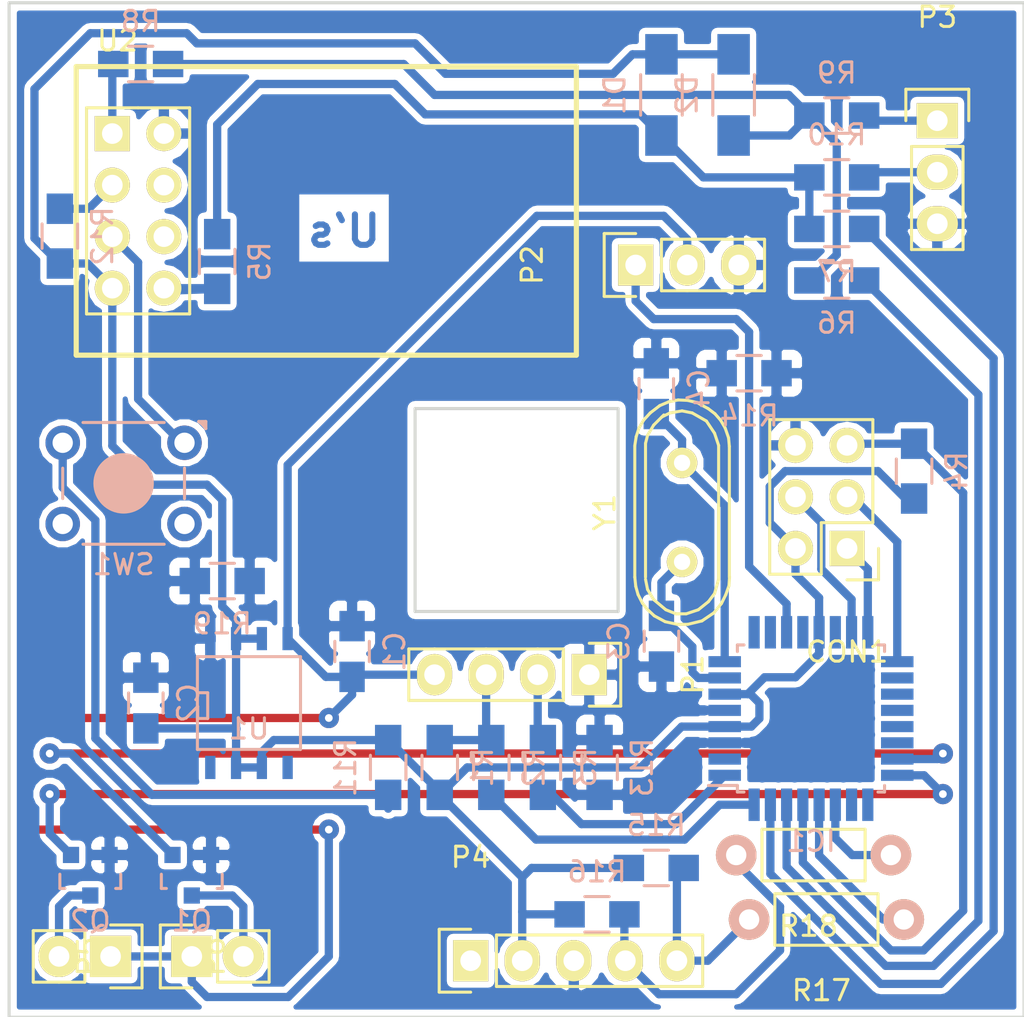
<source format=kicad_pcb>
(kicad_pcb (version 4) (host pcbnew 4.0.2+dfsg1-stable)

  (general
    (links 83)
    (no_connects 3)
    (area 39.2972 124.6072 90.075001 175.075001)
    (thickness 1.6)
    (drawings 9)
    (tracks 230)
    (zones 0)
    (modules 39)
    (nets 49)
  )

  (page A4)
  (layers
    (0 F.Cu signal)
    (31 B.Cu signal)
    (32 B.Adhes user)
    (33 F.Adhes user)
    (34 B.Paste user)
    (35 F.Paste user)
    (36 B.SilkS user)
    (37 F.SilkS user)
    (38 B.Mask user hide)
    (39 F.Mask user hide)
    (40 Dwgs.User user)
    (41 Cmts.User user)
    (42 Eco1.User user hide)
    (43 Eco2.User user hide)
    (44 Edge.Cuts user hide)
    (45 Margin user)
    (46 B.CrtYd user hide)
    (47 F.CrtYd user hide)
    (48 B.Fab user)
    (49 F.Fab user)
  )

  (setup
    (last_trace_width 0.4064)
    (trace_clearance 0.1778)
    (zone_clearance 0.3048)
    (zone_45_only yes)
    (trace_min 0.2)
    (segment_width 0.2)
    (edge_width 0.15)
    (via_size 1)
    (via_drill 0.381)
    (via_min_size 0.4)
    (via_min_drill 0.3)
    (uvia_size 0.3)
    (uvia_drill 0.1)
    (uvias_allowed no)
    (uvia_min_size 0)
    (uvia_min_drill 0)
    (pcb_text_width 0.3)
    (pcb_text_size 1.5 1.5)
    (mod_edge_width 0.15)
    (mod_text_size 1 1)
    (mod_text_width 0.15)
    (pad_size 1.524 1.524)
    (pad_drill 0.762)
    (pad_to_mask_clearance 0.2)
    (aux_axis_origin 0 0)
    (visible_elements FFFFEFFF)
    (pcbplotparams
      (layerselection 0x00000_80000000)
      (usegerberextensions false)
      (excludeedgelayer true)
      (linewidth 0.100000)
      (plotframeref false)
      (viasonmask false)
      (mode 1)
      (useauxorigin false)
      (hpglpennumber 1)
      (hpglpenspeed 20)
      (hpglpendiameter 15)
      (hpglpenoverlay 2)
      (psnegative false)
      (psa4output false)
      (plotreference false)
      (plotvalue false)
      (plotinvisibletext false)
      (padsonsilk false)
      (subtractmaskfromsilk false)
      (outputformat 5)
      (mirror false)
      (drillshape 0)
      (scaleselection 1)
      (outputdirectory /home/alex/workspace/geschenk/lpt/layout.svg))
  )

  (net 0 "")
  (net 1 5V)
  (net 2 GND)
  (net 3 VCC)
  (net 4 "Net-(C3-Pad1)")
  (net 5 "Net-(C4-Pad1)")
  (net 6 MISO)
  (net 7 SCK)
  (net 8 MOSI)
  (net 9 RST)
  (net 10 ESP_RX)
  (net 11 ESP_TX)
  (net 12 D+)
  (net 13 "Net-(IC1-Pad2)")
  (net 14 "Net-(IC1-Pad9)")
  (net 15 "Net-(IC1-Pad10)")
  (net 16 "Net-(IC1-Pad11)")
  (net 17 "Net-(IC1-Pad12)")
  (net 18 "Net-(IC1-Pad14)")
  (net 19 "Net-(IC1-Pad18)")
  (net 20 "Net-(IC1-Pad19)")
  (net 21 "Net-(IC1-Pad20)")
  (net 22 "Net-(IC1-Pad21)")
  (net 23 "Net-(IC1-Pad22)")
  (net 24 "Net-(IC1-Pad23)")
  (net 25 "Net-(IC1-Pad24)")
  (net 26 "Net-(IC1-Pad25)")
  (net 27 "Net-(IC1-Pad26)")
  (net 28 "Net-(IC1-Pad27)")
  (net 29 "Net-(IC1-Pad28)")
  (net 30 "Net-(IC1-Pad30)")
  (net 31 "Net-(IC1-Pad31)")
  (net 32 D-)
  (net 33 "Net-(P1-Pad2)")
  (net 34 "Net-(P1-Pad3)")
  (net 35 "Net-(P3-Pad1)")
  (net 36 "Net-(P3-Pad2)")
  (net 37 "Net-(R5-Pad1)")
  (net 38 "Net-(R8-Pad2)")
  (net 39 "Net-(R11-Pad2)")
  (net 40 "Net-(R12-Pad2)")
  (net 41 "Net-(SW1-Pad1)")
  (net 42 "Net-(U2-Pad4)")
  (net 43 "Net-(U2-Pad6)")
  (net 44 SDA)
  (net 45 SCL)
  (net 46 "Net-(P4-Pad1)")
  (net 47 "Net-(P5-Pad2)")
  (net 48 "Net-(P6-Pad2)")

  (net_class Default "This is the default net class."
    (clearance 0.1778)
    (trace_width 0.4064)
    (via_dia 1)
    (via_drill 0.381)
    (uvia_dia 0.3)
    (uvia_drill 0.1)
    (add_net 5V)
    (add_net D+)
    (add_net D-)
    (add_net ESP_RX)
    (add_net ESP_TX)
    (add_net GND)
    (add_net MISO)
    (add_net MOSI)
    (add_net "Net-(C3-Pad1)")
    (add_net "Net-(C4-Pad1)")
    (add_net "Net-(IC1-Pad10)")
    (add_net "Net-(IC1-Pad11)")
    (add_net "Net-(IC1-Pad12)")
    (add_net "Net-(IC1-Pad14)")
    (add_net "Net-(IC1-Pad18)")
    (add_net "Net-(IC1-Pad19)")
    (add_net "Net-(IC1-Pad2)")
    (add_net "Net-(IC1-Pad20)")
    (add_net "Net-(IC1-Pad21)")
    (add_net "Net-(IC1-Pad22)")
    (add_net "Net-(IC1-Pad23)")
    (add_net "Net-(IC1-Pad24)")
    (add_net "Net-(IC1-Pad25)")
    (add_net "Net-(IC1-Pad26)")
    (add_net "Net-(IC1-Pad27)")
    (add_net "Net-(IC1-Pad28)")
    (add_net "Net-(IC1-Pad30)")
    (add_net "Net-(IC1-Pad31)")
    (add_net "Net-(IC1-Pad9)")
    (add_net "Net-(P1-Pad2)")
    (add_net "Net-(P1-Pad3)")
    (add_net "Net-(P3-Pad1)")
    (add_net "Net-(P3-Pad2)")
    (add_net "Net-(P4-Pad1)")
    (add_net "Net-(P5-Pad2)")
    (add_net "Net-(P6-Pad2)")
    (add_net "Net-(R11-Pad2)")
    (add_net "Net-(R12-Pad2)")
    (add_net "Net-(R5-Pad1)")
    (add_net "Net-(R8-Pad2)")
    (add_net "Net-(SW1-Pad1)")
    (add_net "Net-(U2-Pad4)")
    (add_net "Net-(U2-Pad6)")
    (add_net RST)
    (add_net SCK)
    (add_net SCL)
    (add_net SDA)
    (add_net VCC)
  )

  (module Crystals:Crystal_HC49-U_Vertical placed (layer F.Cu) (tedit 0) (tstamp 584729A2)
    (at 73.152 150.114 90)
    (descr "Crystal, Quarz, HC49/U, vertical, stehend,")
    (tags "Crystal, Quarz, HC49/U, vertical, stehend,")
    (path /584715C2)
    (fp_text reference Y1 (at 0 -3.81 90) (layer F.SilkS)
      (effects (font (size 1 1) (thickness 0.15)))
    )
    (fp_text value 12Mhz (at 0 3.81 90) (layer F.Fab)
      (effects (font (size 1 1) (thickness 0.15)))
    )
    (fp_line (start 4.699 -1.00076) (end 4.89966 -0.59944) (layer F.SilkS) (width 0.15))
    (fp_line (start 4.89966 -0.59944) (end 5.00126 0) (layer F.SilkS) (width 0.15))
    (fp_line (start 5.00126 0) (end 4.89966 0.50038) (layer F.SilkS) (width 0.15))
    (fp_line (start 4.89966 0.50038) (end 4.50088 1.19888) (layer F.SilkS) (width 0.15))
    (fp_line (start 4.50088 1.19888) (end 3.8989 1.6002) (layer F.SilkS) (width 0.15))
    (fp_line (start 3.8989 1.6002) (end 3.29946 1.80086) (layer F.SilkS) (width 0.15))
    (fp_line (start 3.29946 1.80086) (end -3.29946 1.80086) (layer F.SilkS) (width 0.15))
    (fp_line (start -3.29946 1.80086) (end -4.0005 1.6002) (layer F.SilkS) (width 0.15))
    (fp_line (start -4.0005 1.6002) (end -4.39928 1.30048) (layer F.SilkS) (width 0.15))
    (fp_line (start -4.39928 1.30048) (end -4.8006 0.8001) (layer F.SilkS) (width 0.15))
    (fp_line (start -4.8006 0.8001) (end -5.00126 0.20066) (layer F.SilkS) (width 0.15))
    (fp_line (start -5.00126 0.20066) (end -5.00126 -0.29972) (layer F.SilkS) (width 0.15))
    (fp_line (start -5.00126 -0.29972) (end -4.8006 -0.8001) (layer F.SilkS) (width 0.15))
    (fp_line (start -4.8006 -0.8001) (end -4.30022 -1.39954) (layer F.SilkS) (width 0.15))
    (fp_line (start -4.30022 -1.39954) (end -3.79984 -1.69926) (layer F.SilkS) (width 0.15))
    (fp_line (start -3.79984 -1.69926) (end -3.29946 -1.80086) (layer F.SilkS) (width 0.15))
    (fp_line (start -3.2004 -1.80086) (end 3.40106 -1.80086) (layer F.SilkS) (width 0.15))
    (fp_line (start 3.40106 -1.80086) (end 3.79984 -1.69926) (layer F.SilkS) (width 0.15))
    (fp_line (start 3.79984 -1.69926) (end 4.30022 -1.39954) (layer F.SilkS) (width 0.15))
    (fp_line (start 4.30022 -1.39954) (end 4.8006 -0.89916) (layer F.SilkS) (width 0.15))
    (fp_line (start -3.19024 -2.32918) (end -3.64998 -2.28092) (layer F.SilkS) (width 0.15))
    (fp_line (start -3.64998 -2.28092) (end -4.04876 -2.16916) (layer F.SilkS) (width 0.15))
    (fp_line (start -4.04876 -2.16916) (end -4.48056 -1.95072) (layer F.SilkS) (width 0.15))
    (fp_line (start -4.48056 -1.95072) (end -4.77012 -1.71958) (layer F.SilkS) (width 0.15))
    (fp_line (start -4.77012 -1.71958) (end -5.10032 -1.36906) (layer F.SilkS) (width 0.15))
    (fp_line (start -5.10032 -1.36906) (end -5.38988 -0.83058) (layer F.SilkS) (width 0.15))
    (fp_line (start -5.38988 -0.83058) (end -5.51942 -0.23114) (layer F.SilkS) (width 0.15))
    (fp_line (start -5.51942 -0.23114) (end -5.51942 0.2794) (layer F.SilkS) (width 0.15))
    (fp_line (start -5.51942 0.2794) (end -5.34924 0.98044) (layer F.SilkS) (width 0.15))
    (fp_line (start -5.34924 0.98044) (end -4.95046 1.56972) (layer F.SilkS) (width 0.15))
    (fp_line (start -4.95046 1.56972) (end -4.49072 1.94056) (layer F.SilkS) (width 0.15))
    (fp_line (start -4.49072 1.94056) (end -4.06908 2.14884) (layer F.SilkS) (width 0.15))
    (fp_line (start -4.06908 2.14884) (end -3.6195 2.30886) (layer F.SilkS) (width 0.15))
    (fp_line (start -3.6195 2.30886) (end -3.18008 2.33934) (layer F.SilkS) (width 0.15))
    (fp_line (start 4.16052 2.1209) (end 4.53898 1.89992) (layer F.SilkS) (width 0.15))
    (fp_line (start 4.53898 1.89992) (end 4.85902 1.62052) (layer F.SilkS) (width 0.15))
    (fp_line (start 4.85902 1.62052) (end 5.11048 1.29032) (layer F.SilkS) (width 0.15))
    (fp_line (start 5.11048 1.29032) (end 5.4102 0.73914) (layer F.SilkS) (width 0.15))
    (fp_line (start 5.4102 0.73914) (end 5.51942 0.26924) (layer F.SilkS) (width 0.15))
    (fp_line (start 5.51942 0.26924) (end 5.53974 -0.1905) (layer F.SilkS) (width 0.15))
    (fp_line (start 5.53974 -0.1905) (end 5.45084 -0.65024) (layer F.SilkS) (width 0.15))
    (fp_line (start 5.45084 -0.65024) (end 5.26034 -1.09982) (layer F.SilkS) (width 0.15))
    (fp_line (start 5.26034 -1.09982) (end 4.89966 -1.56972) (layer F.SilkS) (width 0.15))
    (fp_line (start 4.89966 -1.56972) (end 4.54914 -1.88976) (layer F.SilkS) (width 0.15))
    (fp_line (start 4.54914 -1.88976) (end 4.16052 -2.1209) (layer F.SilkS) (width 0.15))
    (fp_line (start 4.16052 -2.1209) (end 3.73126 -2.2606) (layer F.SilkS) (width 0.15))
    (fp_line (start 3.73126 -2.2606) (end 3.2893 -2.32918) (layer F.SilkS) (width 0.15))
    (fp_line (start -3.2004 2.32918) (end 3.2512 2.32918) (layer F.SilkS) (width 0.15))
    (fp_line (start 3.2512 2.32918) (end 3.6703 2.29108) (layer F.SilkS) (width 0.15))
    (fp_line (start 3.6703 2.29108) (end 4.16052 2.1209) (layer F.SilkS) (width 0.15))
    (fp_line (start -3.2004 -2.32918) (end 3.2512 -2.32918) (layer F.SilkS) (width 0.15))
    (pad 1 thru_hole circle (at -2.44094 0 90) (size 1.50114 1.50114) (drill 0.8001) (layers *.Cu *.Mask F.SilkS)
      (net 4 "Net-(C3-Pad1)"))
    (pad 2 thru_hole circle (at 2.44094 0 90) (size 1.50114 1.50114) (drill 0.8001) (layers *.Cu *.Mask F.SilkS)
      (net 5 "Net-(C4-Pad1)"))
  )

  (module Capacitors_SMD:C_0805_HandSoldering placed (layer B.Cu) (tedit 541A9B8D) (tstamp 584727E7)
    (at 56.896 156.972 90)
    (descr "Capacitor SMD 0805, hand soldering")
    (tags "capacitor 0805")
    (path /5847172F)
    (attr smd)
    (fp_text reference C1 (at 0 2.1 90) (layer B.SilkS)
      (effects (font (size 1 1) (thickness 0.15)) (justify mirror))
    )
    (fp_text value 100 (at 0 -2.1 90) (layer B.Fab)
      (effects (font (size 1 1) (thickness 0.15)) (justify mirror))
    )
    (fp_line (start -2.3 1) (end 2.3 1) (layer B.CrtYd) (width 0.05))
    (fp_line (start -2.3 -1) (end 2.3 -1) (layer B.CrtYd) (width 0.05))
    (fp_line (start -2.3 1) (end -2.3 -1) (layer B.CrtYd) (width 0.05))
    (fp_line (start 2.3 1) (end 2.3 -1) (layer B.CrtYd) (width 0.05))
    (fp_line (start 0.5 0.85) (end -0.5 0.85) (layer B.SilkS) (width 0.15))
    (fp_line (start -0.5 -0.85) (end 0.5 -0.85) (layer B.SilkS) (width 0.15))
    (pad 1 smd rect (at -1.25 0 90) (size 1.5 1.25) (layers B.Cu B.Paste B.Mask)
      (net 1 5V))
    (pad 2 smd rect (at 1.25 0 90) (size 1.5 1.25) (layers B.Cu B.Paste B.Mask)
      (net 2 GND))
    (model Capacitors_SMD.3dshapes/C_0805_HandSoldering.wrl
      (at (xyz 0 0 0))
      (scale (xyz 1 1 1))
      (rotate (xyz 0 0 0))
    )
  )

  (module Capacitors_SMD:C_0805_HandSoldering placed (layer B.Cu) (tedit 541A9B8D) (tstamp 584727ED)
    (at 46.736 159.512 90)
    (descr "Capacitor SMD 0805, hand soldering")
    (tags "capacitor 0805")
    (path /584716EA)
    (attr smd)
    (fp_text reference C2 (at 0 2.1 90) (layer B.SilkS)
      (effects (font (size 1 1) (thickness 0.15)) (justify mirror))
    )
    (fp_text value 100 (at 0 -2.1 90) (layer B.Fab)
      (effects (font (size 1 1) (thickness 0.15)) (justify mirror))
    )
    (fp_line (start -2.3 1) (end 2.3 1) (layer B.CrtYd) (width 0.05))
    (fp_line (start -2.3 -1) (end 2.3 -1) (layer B.CrtYd) (width 0.05))
    (fp_line (start -2.3 1) (end -2.3 -1) (layer B.CrtYd) (width 0.05))
    (fp_line (start 2.3 1) (end 2.3 -1) (layer B.CrtYd) (width 0.05))
    (fp_line (start 0.5 0.85) (end -0.5 0.85) (layer B.SilkS) (width 0.15))
    (fp_line (start -0.5 -0.85) (end 0.5 -0.85) (layer B.SilkS) (width 0.15))
    (pad 1 smd rect (at -1.25 0 90) (size 1.5 1.25) (layers B.Cu B.Paste B.Mask)
      (net 3 VCC))
    (pad 2 smd rect (at 1.25 0 90) (size 1.5 1.25) (layers B.Cu B.Paste B.Mask)
      (net 2 GND))
    (model Capacitors_SMD.3dshapes/C_0805_HandSoldering.wrl
      (at (xyz 0 0 0))
      (scale (xyz 1 1 1))
      (rotate (xyz 0 0 0))
    )
  )

  (module Capacitors_SMD:C_0805_HandSoldering placed (layer B.Cu) (tedit 541A9B8D) (tstamp 584727F3)
    (at 72.136 156.464 270)
    (descr "Capacitor SMD 0805, hand soldering")
    (tags "capacitor 0805")
    (path /58471688)
    (attr smd)
    (fp_text reference C3 (at 0 2.1 270) (layer B.SilkS)
      (effects (font (size 1 1) (thickness 0.15)) (justify mirror))
    )
    (fp_text value 22p (at 0 -2.1 270) (layer B.Fab)
      (effects (font (size 1 1) (thickness 0.15)) (justify mirror))
    )
    (fp_line (start -2.3 1) (end 2.3 1) (layer B.CrtYd) (width 0.05))
    (fp_line (start -2.3 -1) (end 2.3 -1) (layer B.CrtYd) (width 0.05))
    (fp_line (start -2.3 1) (end -2.3 -1) (layer B.CrtYd) (width 0.05))
    (fp_line (start 2.3 1) (end 2.3 -1) (layer B.CrtYd) (width 0.05))
    (fp_line (start 0.5 0.85) (end -0.5 0.85) (layer B.SilkS) (width 0.15))
    (fp_line (start -0.5 -0.85) (end 0.5 -0.85) (layer B.SilkS) (width 0.15))
    (pad 1 smd rect (at -1.25 0 270) (size 1.5 1.25) (layers B.Cu B.Paste B.Mask)
      (net 4 "Net-(C3-Pad1)"))
    (pad 2 smd rect (at 1.25 0 270) (size 1.5 1.25) (layers B.Cu B.Paste B.Mask)
      (net 2 GND))
    (model Capacitors_SMD.3dshapes/C_0805_HandSoldering.wrl
      (at (xyz 0 0 0))
      (scale (xyz 1 1 1))
      (rotate (xyz 0 0 0))
    )
  )

  (module Capacitors_SMD:C_0805_HandSoldering placed (layer B.Cu) (tedit 541A9B8D) (tstamp 584727F9)
    (at 71.882 144.018 90)
    (descr "Capacitor SMD 0805, hand soldering")
    (tags "capacitor 0805")
    (path /584716C3)
    (attr smd)
    (fp_text reference C4 (at 0 2.1 90) (layer B.SilkS)
      (effects (font (size 1 1) (thickness 0.15)) (justify mirror))
    )
    (fp_text value 22p (at 0 -2.1 90) (layer B.Fab)
      (effects (font (size 1 1) (thickness 0.15)) (justify mirror))
    )
    (fp_line (start -2.3 1) (end 2.3 1) (layer B.CrtYd) (width 0.05))
    (fp_line (start -2.3 -1) (end 2.3 -1) (layer B.CrtYd) (width 0.05))
    (fp_line (start -2.3 1) (end -2.3 -1) (layer B.CrtYd) (width 0.05))
    (fp_line (start 2.3 1) (end 2.3 -1) (layer B.CrtYd) (width 0.05))
    (fp_line (start 0.5 0.85) (end -0.5 0.85) (layer B.SilkS) (width 0.15))
    (fp_line (start -0.5 -0.85) (end 0.5 -0.85) (layer B.SilkS) (width 0.15))
    (pad 1 smd rect (at -1.25 0 90) (size 1.5 1.25) (layers B.Cu B.Paste B.Mask)
      (net 5 "Net-(C4-Pad1)"))
    (pad 2 smd rect (at 1.25 0 90) (size 1.5 1.25) (layers B.Cu B.Paste B.Mask)
      (net 2 GND))
    (model Capacitors_SMD.3dshapes/C_0805_HandSoldering.wrl
      (at (xyz 0 0 0))
      (scale (xyz 1 1 1))
      (rotate (xyz 0 0 0))
    )
  )

  (module Housings_QFP:TQFP-32_7x7mm_Pitch0.8mm placed (layer B.Cu) (tedit 54130A77) (tstamp 58472835)
    (at 79.502 160.274)
    (descr "32-Lead Plastic Thin Quad Flatpack (PT) - 7x7x1.0 mm Body, 2.00 mm [TQFP] (see Microchip Packaging Specification 00000049BS.pdf)")
    (tags "QFP 0.8")
    (path /5847150D)
    (attr smd)
    (fp_text reference IC1 (at 0 6.05) (layer B.SilkS)
      (effects (font (size 1 1) (thickness 0.15)) (justify mirror))
    )
    (fp_text value ATMEGA8-AI (at 0 -6.05) (layer B.Fab)
      (effects (font (size 1 1) (thickness 0.15)) (justify mirror))
    )
    (fp_line (start -5.3 5.3) (end -5.3 -5.3) (layer B.CrtYd) (width 0.05))
    (fp_line (start 5.3 5.3) (end 5.3 -5.3) (layer B.CrtYd) (width 0.05))
    (fp_line (start -5.3 5.3) (end 5.3 5.3) (layer B.CrtYd) (width 0.05))
    (fp_line (start -5.3 -5.3) (end 5.3 -5.3) (layer B.CrtYd) (width 0.05))
    (fp_line (start -3.625 3.625) (end -3.625 3.3) (layer B.SilkS) (width 0.15))
    (fp_line (start 3.625 3.625) (end 3.625 3.3) (layer B.SilkS) (width 0.15))
    (fp_line (start 3.625 -3.625) (end 3.625 -3.3) (layer B.SilkS) (width 0.15))
    (fp_line (start -3.625 -3.625) (end -3.625 -3.3) (layer B.SilkS) (width 0.15))
    (fp_line (start -3.625 3.625) (end -3.3 3.625) (layer B.SilkS) (width 0.15))
    (fp_line (start -3.625 -3.625) (end -3.3 -3.625) (layer B.SilkS) (width 0.15))
    (fp_line (start 3.625 -3.625) (end 3.3 -3.625) (layer B.SilkS) (width 0.15))
    (fp_line (start 3.625 3.625) (end 3.3 3.625) (layer B.SilkS) (width 0.15))
    (fp_line (start -3.625 3.3) (end -5.05 3.3) (layer B.SilkS) (width 0.15))
    (pad 1 smd rect (at -4.25 2.8) (size 1.6 0.55) (layers B.Cu B.Paste B.Mask)
      (net 12 D+))
    (pad 2 smd rect (at -4.25 2) (size 1.6 0.55) (layers B.Cu B.Paste B.Mask)
      (net 13 "Net-(IC1-Pad2)"))
    (pad 3 smd rect (at -4.25 1.2) (size 1.6 0.55) (layers B.Cu B.Paste B.Mask)
      (net 2 GND))
    (pad 4 smd rect (at -4.25 0.4) (size 1.6 0.55) (layers B.Cu B.Paste B.Mask)
      (net 3 VCC))
    (pad 5 smd rect (at -4.25 -0.4) (size 1.6 0.55) (layers B.Cu B.Paste B.Mask)
      (net 2 GND))
    (pad 6 smd rect (at -4.25 -1.2) (size 1.6 0.55) (layers B.Cu B.Paste B.Mask)
      (net 3 VCC))
    (pad 7 smd rect (at -4.25 -2) (size 1.6 0.55) (layers B.Cu B.Paste B.Mask)
      (net 4 "Net-(C3-Pad1)"))
    (pad 8 smd rect (at -4.25 -2.8) (size 1.6 0.55) (layers B.Cu B.Paste B.Mask)
      (net 5 "Net-(C4-Pad1)"))
    (pad 9 smd rect (at -2.8 -4.25 270) (size 1.6 0.55) (layers B.Cu B.Paste B.Mask)
      (net 14 "Net-(IC1-Pad9)"))
    (pad 10 smd rect (at -2 -4.25 270) (size 1.6 0.55) (layers B.Cu B.Paste B.Mask)
      (net 15 "Net-(IC1-Pad10)"))
    (pad 11 smd rect (at -1.2 -4.25 270) (size 1.6 0.55) (layers B.Cu B.Paste B.Mask)
      (net 16 "Net-(IC1-Pad11)"))
    (pad 12 smd rect (at -0.4 -4.25 270) (size 1.6 0.55) (layers B.Cu B.Paste B.Mask)
      (net 17 "Net-(IC1-Pad12)"))
    (pad 13 smd rect (at 0.4 -4.25 270) (size 1.6 0.55) (layers B.Cu B.Paste B.Mask)
      (net 3 VCC))
    (pad 14 smd rect (at 1.2 -4.25 270) (size 1.6 0.55) (layers B.Cu B.Paste B.Mask)
      (net 18 "Net-(IC1-Pad14)"))
    (pad 15 smd rect (at 2 -4.25 270) (size 1.6 0.55) (layers B.Cu B.Paste B.Mask)
      (net 8 MOSI))
    (pad 16 smd rect (at 2.8 -4.25 270) (size 1.6 0.55) (layers B.Cu B.Paste B.Mask)
      (net 6 MISO))
    (pad 17 smd rect (at 4.25 -2.8) (size 1.6 0.55) (layers B.Cu B.Paste B.Mask)
      (net 7 SCK))
    (pad 18 smd rect (at 4.25 -2) (size 1.6 0.55) (layers B.Cu B.Paste B.Mask)
      (net 19 "Net-(IC1-Pad18)"))
    (pad 19 smd rect (at 4.25 -1.2) (size 1.6 0.55) (layers B.Cu B.Paste B.Mask)
      (net 20 "Net-(IC1-Pad19)"))
    (pad 20 smd rect (at 4.25 -0.4) (size 1.6 0.55) (layers B.Cu B.Paste B.Mask)
      (net 21 "Net-(IC1-Pad20)"))
    (pad 21 smd rect (at 4.25 0.4) (size 1.6 0.55) (layers B.Cu B.Paste B.Mask)
      (net 22 "Net-(IC1-Pad21)"))
    (pad 22 smd rect (at 4.25 1.2) (size 1.6 0.55) (layers B.Cu B.Paste B.Mask)
      (net 23 "Net-(IC1-Pad22)"))
    (pad 23 smd rect (at 4.25 2) (size 1.6 0.55) (layers B.Cu B.Paste B.Mask)
      (net 24 "Net-(IC1-Pad23)"))
    (pad 24 smd rect (at 4.25 2.8) (size 1.6 0.55) (layers B.Cu B.Paste B.Mask)
      (net 25 "Net-(IC1-Pad24)"))
    (pad 25 smd rect (at 2.8 4.25 270) (size 1.6 0.55) (layers B.Cu B.Paste B.Mask)
      (net 26 "Net-(IC1-Pad25)"))
    (pad 26 smd rect (at 2 4.25 270) (size 1.6 0.55) (layers B.Cu B.Paste B.Mask)
      (net 27 "Net-(IC1-Pad26)"))
    (pad 27 smd rect (at 1.2 4.25 270) (size 1.6 0.55) (layers B.Cu B.Paste B.Mask)
      (net 28 "Net-(IC1-Pad27)"))
    (pad 28 smd rect (at 0.4 4.25 270) (size 1.6 0.55) (layers B.Cu B.Paste B.Mask)
      (net 29 "Net-(IC1-Pad28)"))
    (pad 29 smd rect (at -0.4 4.25 270) (size 1.6 0.55) (layers B.Cu B.Paste B.Mask)
      (net 9 RST))
    (pad 30 smd rect (at -1.2 4.25 270) (size 1.6 0.55) (layers B.Cu B.Paste B.Mask)
      (net 30 "Net-(IC1-Pad30)"))
    (pad 31 smd rect (at -2 4.25 270) (size 1.6 0.55) (layers B.Cu B.Paste B.Mask)
      (net 31 "Net-(IC1-Pad31)"))
    (pad 32 smd rect (at -2.8 4.25 270) (size 1.6 0.55) (layers B.Cu B.Paste B.Mask)
      (net 32 D-))
    (model Housings_QFP.3dshapes/TQFP-32_7x7mm_Pitch0.8mm.wrl
      (at (xyz 0 0 0))
      (scale (xyz 1 1 1))
      (rotate (xyz 0 0 0))
    )
  )

  (module Pin_Headers:Pin_Header_Straight_1x04 (layer F.Cu) (tedit 0) (tstamp 5847283D)
    (at 68.58 158.115 270)
    (descr "Through hole pin header")
    (tags "pin header")
    (path /584717D0)
    (fp_text reference P1 (at 0 -5.1 270) (layer F.SilkS)
      (effects (font (size 1 1) (thickness 0.15)))
    )
    (fp_text value usb (at 0 -3.1 270) (layer F.Fab)
      (effects (font (size 1 1) (thickness 0.15)))
    )
    (fp_line (start -1.75 -1.75) (end -1.75 9.4) (layer F.CrtYd) (width 0.05))
    (fp_line (start 1.75 -1.75) (end 1.75 9.4) (layer F.CrtYd) (width 0.05))
    (fp_line (start -1.75 -1.75) (end 1.75 -1.75) (layer F.CrtYd) (width 0.05))
    (fp_line (start -1.75 9.4) (end 1.75 9.4) (layer F.CrtYd) (width 0.05))
    (fp_line (start -1.27 1.27) (end -1.27 8.89) (layer F.SilkS) (width 0.15))
    (fp_line (start 1.27 1.27) (end 1.27 8.89) (layer F.SilkS) (width 0.15))
    (fp_line (start 1.55 -1.55) (end 1.55 0) (layer F.SilkS) (width 0.15))
    (fp_line (start -1.27 8.89) (end 1.27 8.89) (layer F.SilkS) (width 0.15))
    (fp_line (start 1.27 1.27) (end -1.27 1.27) (layer F.SilkS) (width 0.15))
    (fp_line (start -1.55 0) (end -1.55 -1.55) (layer F.SilkS) (width 0.15))
    (fp_line (start -1.55 -1.55) (end 1.55 -1.55) (layer F.SilkS) (width 0.15))
    (pad 1 thru_hole rect (at 0 0 270) (size 2.032 1.7272) (drill 1.016) (layers *.Cu *.Mask F.SilkS)
      (net 2 GND))
    (pad 2 thru_hole oval (at 0 2.54 270) (size 2.032 1.7272) (drill 1.016) (layers *.Cu *.Mask F.SilkS)
      (net 33 "Net-(P1-Pad2)"))
    (pad 3 thru_hole oval (at 0 5.08 270) (size 2.032 1.7272) (drill 1.016) (layers *.Cu *.Mask F.SilkS)
      (net 34 "Net-(P1-Pad3)"))
    (pad 4 thru_hole oval (at 0 7.62 270) (size 2.032 1.7272) (drill 1.016) (layers *.Cu *.Mask F.SilkS)
      (net 1 5V))
    (model Pin_Headers.3dshapes/Pin_Header_Straight_1x04.wrl
      (at (xyz 0 -0.15 0))
      (scale (xyz 1 1 1))
      (rotate (xyz 0 0 90))
    )
  )

  (module Pin_Headers:Pin_Header_Straight_1x03 (layer F.Cu) (tedit 0) (tstamp 58472844)
    (at 70.866 137.922 90)
    (descr "Through hole pin header")
    (tags "pin header")
    (path /58479CF3)
    (fp_text reference P2 (at 0 -5.1 90) (layer F.SilkS)
      (effects (font (size 1 1) (thickness 0.15)))
    )
    (fp_text value servo (at 0 -3.1 90) (layer F.Fab)
      (effects (font (size 1 1) (thickness 0.15)))
    )
    (fp_line (start -1.75 -1.75) (end -1.75 6.85) (layer F.CrtYd) (width 0.05))
    (fp_line (start 1.75 -1.75) (end 1.75 6.85) (layer F.CrtYd) (width 0.05))
    (fp_line (start -1.75 -1.75) (end 1.75 -1.75) (layer F.CrtYd) (width 0.05))
    (fp_line (start -1.75 6.85) (end 1.75 6.85) (layer F.CrtYd) (width 0.05))
    (fp_line (start -1.27 1.27) (end -1.27 6.35) (layer F.SilkS) (width 0.15))
    (fp_line (start -1.27 6.35) (end 1.27 6.35) (layer F.SilkS) (width 0.15))
    (fp_line (start 1.27 6.35) (end 1.27 1.27) (layer F.SilkS) (width 0.15))
    (fp_line (start 1.55 -1.55) (end 1.55 0) (layer F.SilkS) (width 0.15))
    (fp_line (start 1.27 1.27) (end -1.27 1.27) (layer F.SilkS) (width 0.15))
    (fp_line (start -1.55 0) (end -1.55 -1.55) (layer F.SilkS) (width 0.15))
    (fp_line (start -1.55 -1.55) (end 1.55 -1.55) (layer F.SilkS) (width 0.15))
    (pad 1 thru_hole rect (at 0 0 90) (size 2.032 1.7272) (drill 1.016) (layers *.Cu *.Mask F.SilkS)
      (net 16 "Net-(IC1-Pad11)"))
    (pad 2 thru_hole oval (at 0 2.54 90) (size 2.032 1.7272) (drill 1.016) (layers *.Cu *.Mask F.SilkS)
      (net 1 5V))
    (pad 3 thru_hole oval (at 0 5.08 90) (size 2.032 1.7272) (drill 1.016) (layers *.Cu *.Mask F.SilkS)
      (net 2 GND))
    (model Pin_Headers.3dshapes/Pin_Header_Straight_1x03.wrl
      (at (xyz 0 -0.1 0))
      (scale (xyz 1 1 1))
      (rotate (xyz 0 0 90))
    )
  )

  (module Pin_Headers:Pin_Header_Straight_1x03 locked (layer F.Cu) (tedit 0) (tstamp 5847284B)
    (at 85.725 130.81)
    (descr "Through hole pin header")
    (tags "pin header")
    (path /5847422D)
    (fp_text reference P3 (at 0 -5.1) (layer F.SilkS)
      (effects (font (size 1 1) (thickness 0.15)))
    )
    (fp_text value rs232 (at 0 -3.1) (layer F.Fab)
      (effects (font (size 1 1) (thickness 0.15)))
    )
    (fp_line (start -1.75 -1.75) (end -1.75 6.85) (layer F.CrtYd) (width 0.05))
    (fp_line (start 1.75 -1.75) (end 1.75 6.85) (layer F.CrtYd) (width 0.05))
    (fp_line (start -1.75 -1.75) (end 1.75 -1.75) (layer F.CrtYd) (width 0.05))
    (fp_line (start -1.75 6.85) (end 1.75 6.85) (layer F.CrtYd) (width 0.05))
    (fp_line (start -1.27 1.27) (end -1.27 6.35) (layer F.SilkS) (width 0.15))
    (fp_line (start -1.27 6.35) (end 1.27 6.35) (layer F.SilkS) (width 0.15))
    (fp_line (start 1.27 6.35) (end 1.27 1.27) (layer F.SilkS) (width 0.15))
    (fp_line (start 1.55 -1.55) (end 1.55 0) (layer F.SilkS) (width 0.15))
    (fp_line (start 1.27 1.27) (end -1.27 1.27) (layer F.SilkS) (width 0.15))
    (fp_line (start -1.55 0) (end -1.55 -1.55) (layer F.SilkS) (width 0.15))
    (fp_line (start -1.55 -1.55) (end 1.55 -1.55) (layer F.SilkS) (width 0.15))
    (pad 1 thru_hole rect (at 0 0) (size 2.032 1.7272) (drill 1.016) (layers *.Cu *.Mask F.SilkS)
      (net 35 "Net-(P3-Pad1)"))
    (pad 2 thru_hole oval (at 0 2.54) (size 2.032 1.7272) (drill 1.016) (layers *.Cu *.Mask F.SilkS)
      (net 36 "Net-(P3-Pad2)"))
    (pad 3 thru_hole oval (at 0 5.08) (size 2.032 1.7272) (drill 1.016) (layers *.Cu *.Mask F.SilkS)
      (net 2 GND))
    (model Pin_Headers.3dshapes/Pin_Header_Straight_1x03.wrl
      (at (xyz 0 -0.1 0))
      (scale (xyz 1 1 1))
      (rotate (xyz 0 0 90))
    )
  )

  (module Resistors_SMD:R_0805_HandSoldering placed (layer B.Cu) (tedit 54189DEE) (tstamp 58472851)
    (at 61.214 162.687 90)
    (descr "Resistor SMD 0805, hand soldering")
    (tags "resistor 0805")
    (path /5847223B)
    (attr smd)
    (fp_text reference R1 (at 0 2.1 90) (layer B.SilkS)
      (effects (font (size 1 1) (thickness 0.15)) (justify mirror))
    )
    (fp_text value 1k5 (at 0 -2.1 90) (layer B.Fab)
      (effects (font (size 1 1) (thickness 0.15)) (justify mirror))
    )
    (fp_line (start -2.4 1) (end 2.4 1) (layer B.CrtYd) (width 0.05))
    (fp_line (start -2.4 -1) (end 2.4 -1) (layer B.CrtYd) (width 0.05))
    (fp_line (start -2.4 1) (end -2.4 -1) (layer B.CrtYd) (width 0.05))
    (fp_line (start 2.4 1) (end 2.4 -1) (layer B.CrtYd) (width 0.05))
    (fp_line (start 0.6 -0.875) (end -0.6 -0.875) (layer B.SilkS) (width 0.15))
    (fp_line (start -0.6 0.875) (end 0.6 0.875) (layer B.SilkS) (width 0.15))
    (pad 1 smd rect (at -1.35 0 90) (size 1.5 1.3) (layers B.Cu B.Paste B.Mask)
      (net 3 VCC))
    (pad 2 smd rect (at 1.35 0 90) (size 1.5 1.3) (layers B.Cu B.Paste B.Mask)
      (net 34 "Net-(P1-Pad3)"))
    (model Resistors_SMD.3dshapes/R_0805_HandSoldering.wrl
      (at (xyz 0 0 0))
      (scale (xyz 1 1 1))
      (rotate (xyz 0 0 0))
    )
  )

  (module Resistors_SMD:R_0805_HandSoldering placed (layer B.Cu) (tedit 54189DEE) (tstamp 58472857)
    (at 63.754 162.687 90)
    (descr "Resistor SMD 0805, hand soldering")
    (tags "resistor 0805")
    (path /58471F86)
    (attr smd)
    (fp_text reference R2 (at 0 2.1 90) (layer B.SilkS)
      (effects (font (size 1 1) (thickness 0.15)) (justify mirror))
    )
    (fp_text value 68 (at 0 -2.1 90) (layer B.Fab)
      (effects (font (size 1 1) (thickness 0.15)) (justify mirror))
    )
    (fp_line (start -2.4 1) (end 2.4 1) (layer B.CrtYd) (width 0.05))
    (fp_line (start -2.4 -1) (end 2.4 -1) (layer B.CrtYd) (width 0.05))
    (fp_line (start -2.4 1) (end -2.4 -1) (layer B.CrtYd) (width 0.05))
    (fp_line (start 2.4 1) (end 2.4 -1) (layer B.CrtYd) (width 0.05))
    (fp_line (start 0.6 -0.875) (end -0.6 -0.875) (layer B.SilkS) (width 0.15))
    (fp_line (start -0.6 0.875) (end 0.6 0.875) (layer B.SilkS) (width 0.15))
    (pad 1 smd rect (at -1.35 0 90) (size 1.5 1.3) (layers B.Cu B.Paste B.Mask)
      (net 32 D-))
    (pad 2 smd rect (at 1.35 0 90) (size 1.5 1.3) (layers B.Cu B.Paste B.Mask)
      (net 34 "Net-(P1-Pad3)"))
    (model Resistors_SMD.3dshapes/R_0805_HandSoldering.wrl
      (at (xyz 0 0 0))
      (scale (xyz 1 1 1))
      (rotate (xyz 0 0 0))
    )
  )

  (module Resistors_SMD:R_0805_HandSoldering placed (layer B.Cu) (tedit 54189DEE) (tstamp 5847285D)
    (at 66.294 162.687 90)
    (descr "Resistor SMD 0805, hand soldering")
    (tags "resistor 0805")
    (path /58472010)
    (attr smd)
    (fp_text reference R3 (at 0 2.1 90) (layer B.SilkS)
      (effects (font (size 1 1) (thickness 0.15)) (justify mirror))
    )
    (fp_text value 68 (at 0 -2.1 90) (layer B.Fab)
      (effects (font (size 1 1) (thickness 0.15)) (justify mirror))
    )
    (fp_line (start -2.4 1) (end 2.4 1) (layer B.CrtYd) (width 0.05))
    (fp_line (start -2.4 -1) (end 2.4 -1) (layer B.CrtYd) (width 0.05))
    (fp_line (start -2.4 1) (end -2.4 -1) (layer B.CrtYd) (width 0.05))
    (fp_line (start 2.4 1) (end 2.4 -1) (layer B.CrtYd) (width 0.05))
    (fp_line (start 0.6 -0.875) (end -0.6 -0.875) (layer B.SilkS) (width 0.15))
    (fp_line (start -0.6 0.875) (end 0.6 0.875) (layer B.SilkS) (width 0.15))
    (pad 1 smd rect (at -1.35 0 90) (size 1.5 1.3) (layers B.Cu B.Paste B.Mask)
      (net 12 D+))
    (pad 2 smd rect (at 1.35 0 90) (size 1.5 1.3) (layers B.Cu B.Paste B.Mask)
      (net 33 "Net-(P1-Pad2)"))
    (model Resistors_SMD.3dshapes/R_0805_HandSoldering.wrl
      (at (xyz 0 0 0))
      (scale (xyz 1 1 1))
      (rotate (xyz 0 0 0))
    )
  )

  (module Resistors_SMD:R_0805_HandSoldering placed (layer B.Cu) (tedit 54189DEE) (tstamp 58472863)
    (at 84.582 148.082 90)
    (descr "Resistor SMD 0805, hand soldering")
    (tags "resistor 0805")
    (path /58477F2D)
    (attr smd)
    (fp_text reference R4 (at 0 2.1 90) (layer B.SilkS)
      (effects (font (size 1 1) (thickness 0.15)) (justify mirror))
    )
    (fp_text value 10k (at 0 -2.1 90) (layer B.Fab)
      (effects (font (size 1 1) (thickness 0.15)) (justify mirror))
    )
    (fp_line (start -2.4 1) (end 2.4 1) (layer B.CrtYd) (width 0.05))
    (fp_line (start -2.4 -1) (end 2.4 -1) (layer B.CrtYd) (width 0.05))
    (fp_line (start -2.4 1) (end -2.4 -1) (layer B.CrtYd) (width 0.05))
    (fp_line (start 2.4 1) (end 2.4 -1) (layer B.CrtYd) (width 0.05))
    (fp_line (start 0.6 -0.875) (end -0.6 -0.875) (layer B.SilkS) (width 0.15))
    (fp_line (start -0.6 0.875) (end 0.6 0.875) (layer B.SilkS) (width 0.15))
    (pad 1 smd rect (at -1.35 0 90) (size 1.5 1.3) (layers B.Cu B.Paste B.Mask)
      (net 3 VCC))
    (pad 2 smd rect (at 1.35 0 90) (size 1.5 1.3) (layers B.Cu B.Paste B.Mask)
      (net 9 RST))
    (model Resistors_SMD.3dshapes/R_0805_HandSoldering.wrl
      (at (xyz 0 0 0))
      (scale (xyz 1 1 1))
      (rotate (xyz 0 0 0))
    )
  )

  (module Resistors_SMD:R_0805_HandSoldering placed (layer B.Cu) (tedit 54189DEE) (tstamp 58472869)
    (at 50.25 137.75 90)
    (descr "Resistor SMD 0805, hand soldering")
    (tags "resistor 0805")
    (path /584734D9)
    (attr smd)
    (fp_text reference R5 (at 0 2.1 90) (layer B.SilkS)
      (effects (font (size 1 1) (thickness 0.15)) (justify mirror))
    )
    (fp_text value 100 (at 0 -2.1 90) (layer B.Fab)
      (effects (font (size 1 1) (thickness 0.15)) (justify mirror))
    )
    (fp_line (start -2.4 1) (end 2.4 1) (layer B.CrtYd) (width 0.05))
    (fp_line (start -2.4 -1) (end 2.4 -1) (layer B.CrtYd) (width 0.05))
    (fp_line (start -2.4 1) (end -2.4 -1) (layer B.CrtYd) (width 0.05))
    (fp_line (start 2.4 1) (end 2.4 -1) (layer B.CrtYd) (width 0.05))
    (fp_line (start 0.6 -0.875) (end -0.6 -0.875) (layer B.SilkS) (width 0.15))
    (fp_line (start -0.6 0.875) (end 0.6 0.875) (layer B.SilkS) (width 0.15))
    (pad 1 smd rect (at -1.35 0 90) (size 1.5 1.3) (layers B.Cu B.Paste B.Mask)
      (net 37 "Net-(R5-Pad1)"))
    (pad 2 smd rect (at 1.35 0 90) (size 1.5 1.3) (layers B.Cu B.Paste B.Mask)
      (net 10 ESP_RX))
    (model Resistors_SMD.3dshapes/R_0805_HandSoldering.wrl
      (at (xyz 0 0 0))
      (scale (xyz 1 1 1))
      (rotate (xyz 0 0 0))
    )
  )

  (module Resistors_SMD:R_0805_HandSoldering placed (layer B.Cu) (tedit 54189DEE) (tstamp 5847286F)
    (at 80.772 138.684)
    (descr "Resistor SMD 0805, hand soldering")
    (tags "resistor 0805")
    (path /5847329F)
    (attr smd)
    (fp_text reference R6 (at 0 2.1) (layer B.SilkS)
      (effects (font (size 1 1) (thickness 0.15)) (justify mirror))
    )
    (fp_text value 100 (at 0 -2.1) (layer B.Fab)
      (effects (font (size 1 1) (thickness 0.15)) (justify mirror))
    )
    (fp_line (start -2.4 1) (end 2.4 1) (layer B.CrtYd) (width 0.05))
    (fp_line (start -2.4 -1) (end 2.4 -1) (layer B.CrtYd) (width 0.05))
    (fp_line (start -2.4 1) (end -2.4 -1) (layer B.CrtYd) (width 0.05))
    (fp_line (start 2.4 1) (end 2.4 -1) (layer B.CrtYd) (width 0.05))
    (fp_line (start 0.6 -0.875) (end -0.6 -0.875) (layer B.SilkS) (width 0.15))
    (fp_line (start -0.6 0.875) (end 0.6 0.875) (layer B.SilkS) (width 0.15))
    (pad 1 smd rect (at -1.35 0) (size 1.5 1.3) (layers B.Cu B.Paste B.Mask)
      (net 11 ESP_TX))
    (pad 2 smd rect (at 1.35 0) (size 1.5 1.3) (layers B.Cu B.Paste B.Mask)
      (net 30 "Net-(IC1-Pad30)"))
    (model Resistors_SMD.3dshapes/R_0805_HandSoldering.wrl
      (at (xyz 0 0 0))
      (scale (xyz 1 1 1))
      (rotate (xyz 0 0 0))
    )
  )

  (module Resistors_SMD:R_0805_HandSoldering placed (layer B.Cu) (tedit 54189DEE) (tstamp 58472875)
    (at 80.772 136.144)
    (descr "Resistor SMD 0805, hand soldering")
    (tags "resistor 0805")
    (path /5847334B)
    (attr smd)
    (fp_text reference R7 (at 0 2.1) (layer B.SilkS)
      (effects (font (size 1 1) (thickness 0.15)) (justify mirror))
    )
    (fp_text value 100 (at 0 -2.1) (layer B.Fab)
      (effects (font (size 1 1) (thickness 0.15)) (justify mirror))
    )
    (fp_line (start -2.4 1) (end 2.4 1) (layer B.CrtYd) (width 0.05))
    (fp_line (start -2.4 -1) (end 2.4 -1) (layer B.CrtYd) (width 0.05))
    (fp_line (start -2.4 1) (end -2.4 -1) (layer B.CrtYd) (width 0.05))
    (fp_line (start 2.4 1) (end 2.4 -1) (layer B.CrtYd) (width 0.05))
    (fp_line (start 0.6 -0.875) (end -0.6 -0.875) (layer B.SilkS) (width 0.15))
    (fp_line (start -0.6 0.875) (end 0.6 0.875) (layer B.SilkS) (width 0.15))
    (pad 1 smd rect (at -1.35 0) (size 1.5 1.3) (layers B.Cu B.Paste B.Mask)
      (net 10 ESP_RX))
    (pad 2 smd rect (at 1.35 0) (size 1.5 1.3) (layers B.Cu B.Paste B.Mask)
      (net 31 "Net-(IC1-Pad31)"))
    (model Resistors_SMD.3dshapes/R_0805_HandSoldering.wrl
      (at (xyz 0 0 0))
      (scale (xyz 1 1 1))
      (rotate (xyz 0 0 0))
    )
  )

  (module Resistors_SMD:R_0805_HandSoldering placed (layer B.Cu) (tedit 54189DEE) (tstamp 5847287B)
    (at 46.482 128.016 180)
    (descr "Resistor SMD 0805, hand soldering")
    (tags "resistor 0805")
    (path /58473425)
    (attr smd)
    (fp_text reference R8 (at 0 2.1 180) (layer B.SilkS)
      (effects (font (size 1 1) (thickness 0.15)) (justify mirror))
    )
    (fp_text value 100 (at 0 -2.1 180) (layer B.Fab)
      (effects (font (size 1 1) (thickness 0.15)) (justify mirror))
    )
    (fp_line (start -2.4 1) (end 2.4 1) (layer B.CrtYd) (width 0.05))
    (fp_line (start -2.4 -1) (end 2.4 -1) (layer B.CrtYd) (width 0.05))
    (fp_line (start -2.4 1) (end -2.4 -1) (layer B.CrtYd) (width 0.05))
    (fp_line (start 2.4 1) (end 2.4 -1) (layer B.CrtYd) (width 0.05))
    (fp_line (start 0.6 -0.875) (end -0.6 -0.875) (layer B.SilkS) (width 0.15))
    (fp_line (start -0.6 0.875) (end 0.6 0.875) (layer B.SilkS) (width 0.15))
    (pad 1 smd rect (at -1.35 0 180) (size 1.5 1.3) (layers B.Cu B.Paste B.Mask)
      (net 11 ESP_TX))
    (pad 2 smd rect (at 1.35 0 180) (size 1.5 1.3) (layers B.Cu B.Paste B.Mask)
      (net 38 "Net-(R8-Pad2)"))
    (model Resistors_SMD.3dshapes/R_0805_HandSoldering.wrl
      (at (xyz 0 0 0))
      (scale (xyz 1 1 1))
      (rotate (xyz 0 0 0))
    )
  )

  (module Resistors_SMD:R_0805_HandSoldering placed (layer B.Cu) (tedit 54189DEE) (tstamp 58472881)
    (at 80.772 130.556 180)
    (descr "Resistor SMD 0805, hand soldering")
    (tags "resistor 0805")
    (path /58474A15)
    (attr smd)
    (fp_text reference R9 (at 0 2.1 180) (layer B.SilkS)
      (effects (font (size 1 1) (thickness 0.15)) (justify mirror))
    )
    (fp_text value 100 (at 0 -2.1 180) (layer B.Fab)
      (effects (font (size 1 1) (thickness 0.15)) (justify mirror))
    )
    (fp_line (start -2.4 1) (end 2.4 1) (layer B.CrtYd) (width 0.05))
    (fp_line (start -2.4 -1) (end 2.4 -1) (layer B.CrtYd) (width 0.05))
    (fp_line (start -2.4 1) (end -2.4 -1) (layer B.CrtYd) (width 0.05))
    (fp_line (start 2.4 1) (end 2.4 -1) (layer B.CrtYd) (width 0.05))
    (fp_line (start 0.6 -0.875) (end -0.6 -0.875) (layer B.SilkS) (width 0.15))
    (fp_line (start -0.6 0.875) (end 0.6 0.875) (layer B.SilkS) (width 0.15))
    (pad 1 smd rect (at -1.35 0 180) (size 1.5 1.3) (layers B.Cu B.Paste B.Mask)
      (net 35 "Net-(P3-Pad1)"))
    (pad 2 smd rect (at 1.35 0 180) (size 1.5 1.3) (layers B.Cu B.Paste B.Mask)
      (net 11 ESP_TX))
    (model Resistors_SMD.3dshapes/R_0805_HandSoldering.wrl
      (at (xyz 0 0 0))
      (scale (xyz 1 1 1))
      (rotate (xyz 0 0 0))
    )
  )

  (module Resistors_SMD:R_0805_HandSoldering placed (layer B.Cu) (tedit 54189DEE) (tstamp 58472887)
    (at 80.772 133.604 180)
    (descr "Resistor SMD 0805, hand soldering")
    (tags "resistor 0805")
    (path /58474A89)
    (attr smd)
    (fp_text reference R10 (at 0 2.1 180) (layer B.SilkS)
      (effects (font (size 1 1) (thickness 0.15)) (justify mirror))
    )
    (fp_text value 100 (at 0 -2.1 180) (layer B.Fab)
      (effects (font (size 1 1) (thickness 0.15)) (justify mirror))
    )
    (fp_line (start -2.4 1) (end 2.4 1) (layer B.CrtYd) (width 0.05))
    (fp_line (start -2.4 -1) (end 2.4 -1) (layer B.CrtYd) (width 0.05))
    (fp_line (start -2.4 1) (end -2.4 -1) (layer B.CrtYd) (width 0.05))
    (fp_line (start 2.4 1) (end 2.4 -1) (layer B.CrtYd) (width 0.05))
    (fp_line (start 0.6 -0.875) (end -0.6 -0.875) (layer B.SilkS) (width 0.15))
    (fp_line (start -0.6 0.875) (end 0.6 0.875) (layer B.SilkS) (width 0.15))
    (pad 1 smd rect (at -1.35 0 180) (size 1.5 1.3) (layers B.Cu B.Paste B.Mask)
      (net 36 "Net-(P3-Pad2)"))
    (pad 2 smd rect (at 1.35 0 180) (size 1.5 1.3) (layers B.Cu B.Paste B.Mask)
      (net 10 ESP_RX))
    (model Resistors_SMD.3dshapes/R_0805_HandSoldering.wrl
      (at (xyz 0 0 0))
      (scale (xyz 1 1 1))
      (rotate (xyz 0 0 0))
    )
  )

  (module Resistors_SMD:R_0805_HandSoldering placed (layer B.Cu) (tedit 54189DEE) (tstamp 5847288D)
    (at 58.674 162.687 270)
    (descr "Resistor SMD 0805, hand soldering")
    (tags "resistor 0805")
    (path /58476048)
    (attr smd)
    (fp_text reference R11 (at 0 2.1 270) (layer B.SilkS)
      (effects (font (size 1 1) (thickness 0.15)) (justify mirror))
    )
    (fp_text value 1k5 (at 0 -2.1 270) (layer B.Fab)
      (effects (font (size 1 1) (thickness 0.15)) (justify mirror))
    )
    (fp_line (start -2.4 1) (end 2.4 1) (layer B.CrtYd) (width 0.05))
    (fp_line (start -2.4 -1) (end 2.4 -1) (layer B.CrtYd) (width 0.05))
    (fp_line (start -2.4 1) (end -2.4 -1) (layer B.CrtYd) (width 0.05))
    (fp_line (start 2.4 1) (end 2.4 -1) (layer B.CrtYd) (width 0.05))
    (fp_line (start 0.6 -0.875) (end -0.6 -0.875) (layer B.SilkS) (width 0.15))
    (fp_line (start -0.6 0.875) (end 0.6 0.875) (layer B.SilkS) (width 0.15))
    (pad 1 smd rect (at -1.35 0 270) (size 1.5 1.3) (layers B.Cu B.Paste B.Mask)
      (net 3 VCC))
    (pad 2 smd rect (at 1.35 0 270) (size 1.5 1.3) (layers B.Cu B.Paste B.Mask)
      (net 39 "Net-(R11-Pad2)"))
    (model Resistors_SMD.3dshapes/R_0805_HandSoldering.wrl
      (at (xyz 0 0 0))
      (scale (xyz 1 1 1))
      (rotate (xyz 0 0 0))
    )
  )

  (module Resistors_SMD:R_0805_HandSoldering placed (layer B.Cu) (tedit 54189DEE) (tstamp 58472893)
    (at 42.5 136.5 90)
    (descr "Resistor SMD 0805, hand soldering")
    (tags "resistor 0805")
    (path /58475F85)
    (attr smd)
    (fp_text reference R12 (at 0 2.1 90) (layer B.SilkS)
      (effects (font (size 1 1) (thickness 0.15)) (justify mirror))
    )
    (fp_text value 1k5 (at 0 -2.1 90) (layer B.Fab)
      (effects (font (size 1 1) (thickness 0.15)) (justify mirror))
    )
    (fp_line (start -2.4 1) (end 2.4 1) (layer B.CrtYd) (width 0.05))
    (fp_line (start -2.4 -1) (end 2.4 -1) (layer B.CrtYd) (width 0.05))
    (fp_line (start -2.4 1) (end -2.4 -1) (layer B.CrtYd) (width 0.05))
    (fp_line (start 2.4 1) (end 2.4 -1) (layer B.CrtYd) (width 0.05))
    (fp_line (start 0.6 -0.875) (end -0.6 -0.875) (layer B.SilkS) (width 0.15))
    (fp_line (start -0.6 0.875) (end 0.6 0.875) (layer B.SilkS) (width 0.15))
    (pad 1 smd rect (at -1.35 0 90) (size 1.5 1.3) (layers B.Cu B.Paste B.Mask)
      (net 3 VCC))
    (pad 2 smd rect (at 1.35 0 90) (size 1.5 1.3) (layers B.Cu B.Paste B.Mask)
      (net 40 "Net-(R12-Pad2)"))
    (model Resistors_SMD.3dshapes/R_0805_HandSoldering.wrl
      (at (xyz 0 0 0))
      (scale (xyz 1 1 1))
      (rotate (xyz 0 0 0))
    )
  )

  (module ESP8266:ESP-01 (layer F.Cu) (tedit 577EF889) (tstamp 584728B3)
    (at 45.085 131.445)
    (descr "Module, ESP-8266, ESP-01, 8 pin")
    (tags "Module ESP-8266 ESP8266")
    (path /58472A8A)
    (fp_text reference U2 (at 0.254 -4.572) (layer F.SilkS)
      (effects (font (size 1 1) (thickness 0.15)))
    )
    (fp_text value ESP-01v090 (at 12.192 3.556) (layer F.Fab)
      (effects (font (size 1 1) (thickness 0.15)))
    )
    (fp_line (start -1.778 -3.302) (end 22.86 -3.302) (layer F.SilkS) (width 0.254))
    (fp_line (start 22.86 -3.302) (end 22.86 10.922) (layer F.SilkS) (width 0.254))
    (fp_line (start 22.86 10.922) (end -1.778 10.922) (layer F.SilkS) (width 0.254))
    (fp_line (start -1.778 10.922) (end -1.778 -3.302) (layer F.SilkS) (width 0.254))
    (fp_line (start -1.778 -3.302) (end 22.86 -3.302) (layer F.Fab) (width 0.05))
    (fp_line (start 22.86 -3.302) (end 22.86 10.922) (layer F.Fab) (width 0.05))
    (fp_line (start 22.86 10.922) (end -1.778 10.922) (layer F.Fab) (width 0.05))
    (fp_line (start -1.778 10.922) (end -1.778 -3.302) (layer F.Fab) (width 0.05))
    (fp_line (start 1.27 -1.27) (end -1.27 -1.27) (layer F.SilkS) (width 0.1524))
    (fp_line (start -1.27 -1.27) (end -1.27 1.27) (layer F.SilkS) (width 0.1524))
    (fp_line (start -1.75 -1.75) (end -1.75 9.4) (layer F.CrtYd) (width 0.05))
    (fp_line (start 4.3 -1.75) (end 4.3 9.4) (layer F.CrtYd) (width 0.05))
    (fp_line (start -1.75 -1.75) (end 4.3 -1.75) (layer F.CrtYd) (width 0.05))
    (fp_line (start -1.75 9.4) (end 4.3 9.4) (layer F.CrtYd) (width 0.05))
    (fp_line (start -1.27 1.27) (end -1.27 8.89) (layer F.SilkS) (width 0.1524))
    (fp_line (start -1.27 8.89) (end 3.81 8.89) (layer F.SilkS) (width 0.1524))
    (fp_line (start 3.81 8.89) (end 3.81 -1.27) (layer F.SilkS) (width 0.1524))
    (fp_line (start 3.81 -1.27) (end 1.27 -1.27) (layer F.SilkS) (width 0.1524))
    (pad 1 thru_hole rect (at 0 0) (size 1.7272 1.7272) (drill 1.016) (layers *.Cu *.Mask F.SilkS)
      (net 38 "Net-(R8-Pad2)"))
    (pad 2 thru_hole oval (at 2.54 0) (size 1.7272 1.7272) (drill 1.016) (layers *.Cu *.Mask F.SilkS)
      (net 2 GND))
    (pad 3 thru_hole oval (at 0 2.54) (size 1.7272 1.7272) (drill 1.016) (layers *.Cu *.Mask F.SilkS)
      (net 40 "Net-(R12-Pad2)"))
    (pad 4 thru_hole oval (at 2.54 2.54) (size 1.7272 1.7272) (drill 1.016) (layers *.Cu *.Mask F.SilkS)
      (net 42 "Net-(U2-Pad4)"))
    (pad 5 thru_hole oval (at 0 5.08) (size 1.7272 1.7272) (drill 1.016) (layers *.Cu *.Mask F.SilkS)
      (net 41 "Net-(SW1-Pad1)"))
    (pad 6 thru_hole oval (at 2.54 5.08) (size 1.7272 1.7272) (drill 1.016) (layers *.Cu *.Mask F.SilkS)
      (net 43 "Net-(U2-Pad6)"))
    (pad 7 thru_hole oval (at 0 7.62) (size 1.7272 1.7272) (drill 1.016) (layers *.Cu *.Mask F.SilkS)
      (net 3 VCC))
    (pad 8 thru_hole oval (at 2.54 7.62) (size 1.7272 1.7272) (drill 1.016) (layers *.Cu *.Mask F.SilkS)
      (net 37 "Net-(R5-Pad1)"))
  )

  (module Buttons_Switches_ThroughHole:SW_TH_Tactile_Omron_B3F-10xx placed (layer B.Cu) (tedit 563F14D4) (tstamp 5847299C)
    (at 48.641 146.685 180)
    (descr SW_TH_Tactile_Omron_B3F-10xx)
    (tags "Omron B3F-10xx")
    (path /58475B8B)
    (fp_text reference SW1 (at 3 -6 180) (layer B.SilkS)
      (effects (font (size 1 1) (thickness 0.15)) (justify mirror))
    )
    (fp_text value SW_PUSH (at 2.95 2.05 180) (layer B.Fab)
      (effects (font (size 1 1) (thickness 0.15)) (justify mirror))
    )
    (fp_line (start -0.95 1) (end -0.95 0.9) (layer B.SilkS) (width 0.15))
    (fp_line (start -1.05 1.05) (end -0.7 1.05) (layer B.SilkS) (width 0.15))
    (fp_arc (start 0 0) (end -1.05 0.7) (angle -22.61986495) (layer B.SilkS) (width 0.15))
    (fp_line (start -1.05 1.05) (end -1.05 0.7) (layer B.SilkS) (width 0.15))
    (fp_line (start 7.15 1.15) (end 0.45 1.15) (layer B.CrtYd) (width 0.05))
    (fp_line (start 7.15 -5.15) (end 7.15 1.15) (layer B.CrtYd) (width 0.05))
    (fp_line (start -1.15 -5.15) (end 7.15 -5.15) (layer B.CrtYd) (width 0.05))
    (fp_line (start -1.15 0) (end -1.15 -5.15) (layer B.CrtYd) (width 0.05))
    (fp_line (start -1.15 1.15) (end 0.45 1.15) (layer B.CrtYd) (width 0.05))
    (fp_line (start -1.15 0) (end -1.15 1.15) (layer B.CrtYd) (width 0.05))
    (fp_circle (center 3 -2) (end 4 -3) (layer B.SilkS) (width 0.15))
    (fp_line (start 1 -5) (end 5 -5) (layer B.SilkS) (width 0.15))
    (fp_line (start 1 1) (end 5 1) (layer B.SilkS) (width 0.15))
    (fp_line (start 0 -2.75) (end 0 -1.25) (layer B.SilkS) (width 0.15))
    (fp_line (start 6 -1.25) (end 6 -2.75) (layer B.SilkS) (width 0.15))
    (fp_line (start 0 -2) (end 0 -2) (layer B.SilkS) (width 0))
    (fp_line (start 5 -5) (end 1 -5) (layer B.SilkS) (width 0))
    (fp_line (start 5 1) (end 1 1) (layer B.SilkS) (width 0))
    (fp_line (start 6 -2) (end 6 -2) (layer B.SilkS) (width 0))
    (fp_circle (center 3 -2) (end 4 -3) (layer B.SilkS) (width 0))
    (pad 4 thru_hole circle (at 6 -4 180) (size 1.7 1.7) (drill 1) (layers *.Cu *.Mask))
    (pad 3 thru_hole circle (at 0 -4 180) (size 1.7 1.7) (drill 1) (layers *.Cu *.Mask))
    (pad 2 thru_hole circle (at 6 0 180) (size 1.7 1.7) (drill 1) (layers *.Cu *.Mask)
      (net 39 "Net-(R11-Pad2)"))
    (pad 1 thru_hole circle (at 0 0 180) (size 1.7 1.7) (drill 1) (layers *.Cu *.Mask)
      (net 41 "Net-(SW1-Pad1)"))
  )

  (module SMD_Packages:SOIC-8-N (layer B.Cu) (tedit 0) (tstamp 5847329C)
    (at 51.816 159.512)
    (descr "Module Narrow CMS SOJ 8 pins large")
    (tags "CMS SOJ")
    (path /58473917)
    (attr smd)
    (fp_text reference U1 (at 0 1.27) (layer B.SilkS)
      (effects (font (size 1 1) (thickness 0.15)) (justify mirror))
    )
    (fp_text value LD1117S33TRSO8 (at 0 -1.27) (layer B.Fab)
      (effects (font (size 1 1) (thickness 0.15)) (justify mirror))
    )
    (fp_line (start -2.54 2.286) (end 2.54 2.286) (layer B.SilkS) (width 0.15))
    (fp_line (start 2.54 2.286) (end 2.54 -2.286) (layer B.SilkS) (width 0.15))
    (fp_line (start 2.54 -2.286) (end -2.54 -2.286) (layer B.SilkS) (width 0.15))
    (fp_line (start -2.54 -2.286) (end -2.54 2.286) (layer B.SilkS) (width 0.15))
    (fp_line (start -2.54 0.762) (end -2.032 0.762) (layer B.SilkS) (width 0.15))
    (fp_line (start -2.032 0.762) (end -2.032 -0.508) (layer B.SilkS) (width 0.15))
    (fp_line (start -2.032 -0.508) (end -2.54 -0.508) (layer B.SilkS) (width 0.15))
    (pad 8 smd rect (at -1.905 3.175) (size 0.508 1.143) (layers B.Cu B.Paste B.Mask))
    (pad 7 smd rect (at -0.635 3.175) (size 0.508 1.143) (layers B.Cu B.Paste B.Mask)
      (net 3 VCC))
    (pad 6 smd rect (at 0.635 3.175) (size 0.508 1.143) (layers B.Cu B.Paste B.Mask)
      (net 3 VCC))
    (pad 5 smd rect (at 1.905 3.175) (size 0.508 1.143) (layers B.Cu B.Paste B.Mask))
    (pad 4 smd rect (at 1.905 -3.175) (size 0.508 1.143) (layers B.Cu B.Paste B.Mask)
      (net 1 5V))
    (pad 3 smd rect (at 0.635 -3.175) (size 0.508 1.143) (layers B.Cu B.Paste B.Mask)
      (net 3 VCC))
    (pad 2 smd rect (at -0.635 -3.175) (size 0.508 1.143) (layers B.Cu B.Paste B.Mask)
      (net 3 VCC))
    (pad 1 smd rect (at -1.905 -3.175) (size 0.508 1.143) (layers B.Cu B.Paste B.Mask)
      (net 2 GND))
    (model SMD_Packages.3dshapes/SOIC-8-N.wrl
      (at (xyz 0 0 0))
      (scale (xyz 0.5 0.38 0.5))
      (rotate (xyz 0 0 0))
    )
  )

  (module Pin_Headers:Pin_Header_Straight_2x03 (layer F.Cu) (tedit 54EA0A4B) (tstamp 5847376C)
    (at 81.28 151.892 180)
    (descr "Through hole pin header")
    (tags "pin header")
    (path /58477837)
    (fp_text reference CON1 (at 0 -5.1 180) (layer F.SilkS)
      (effects (font (size 1 1) (thickness 0.15)))
    )
    (fp_text value AVR-ISP-6 (at 0 -3.1 180) (layer F.Fab)
      (effects (font (size 1 1) (thickness 0.15)))
    )
    (fp_line (start -1.27 1.27) (end -1.27 6.35) (layer F.SilkS) (width 0.15))
    (fp_line (start -1.55 -1.55) (end 0 -1.55) (layer F.SilkS) (width 0.15))
    (fp_line (start -1.75 -1.75) (end -1.75 6.85) (layer F.CrtYd) (width 0.05))
    (fp_line (start 4.3 -1.75) (end 4.3 6.85) (layer F.CrtYd) (width 0.05))
    (fp_line (start -1.75 -1.75) (end 4.3 -1.75) (layer F.CrtYd) (width 0.05))
    (fp_line (start -1.75 6.85) (end 4.3 6.85) (layer F.CrtYd) (width 0.05))
    (fp_line (start 1.27 -1.27) (end 1.27 1.27) (layer F.SilkS) (width 0.15))
    (fp_line (start 1.27 1.27) (end -1.27 1.27) (layer F.SilkS) (width 0.15))
    (fp_line (start -1.27 6.35) (end 3.81 6.35) (layer F.SilkS) (width 0.15))
    (fp_line (start 3.81 6.35) (end 3.81 1.27) (layer F.SilkS) (width 0.15))
    (fp_line (start -1.55 -1.55) (end -1.55 0) (layer F.SilkS) (width 0.15))
    (fp_line (start 3.81 -1.27) (end 1.27 -1.27) (layer F.SilkS) (width 0.15))
    (fp_line (start 3.81 1.27) (end 3.81 -1.27) (layer F.SilkS) (width 0.15))
    (pad 1 thru_hole rect (at 0 0 180) (size 1.7272 1.7272) (drill 1.016) (layers *.Cu *.Mask F.SilkS)
      (net 6 MISO))
    (pad 2 thru_hole oval (at 2.54 0 180) (size 1.7272 1.7272) (drill 1.016) (layers *.Cu *.Mask F.SilkS)
      (net 3 VCC))
    (pad 3 thru_hole oval (at 0 2.54 180) (size 1.7272 1.7272) (drill 1.016) (layers *.Cu *.Mask F.SilkS)
      (net 7 SCK))
    (pad 4 thru_hole oval (at 2.54 2.54 180) (size 1.7272 1.7272) (drill 1.016) (layers *.Cu *.Mask F.SilkS)
      (net 8 MOSI))
    (pad 5 thru_hole oval (at 0 5.08 180) (size 1.7272 1.7272) (drill 1.016) (layers *.Cu *.Mask F.SilkS)
      (net 9 RST))
    (pad 6 thru_hole oval (at 2.54 5.08 180) (size 1.7272 1.7272) (drill 1.016) (layers *.Cu *.Mask F.SilkS)
      (net 2 GND))
    (model Pin_Headers.3dshapes/Pin_Header_Straight_2x03.wrl
      (at (xyz 0.05 -0.1 0))
      (scale (xyz 1 1 1))
      (rotate (xyz 0 0 90))
    )
  )

  (module Capacitors_SMD:C_1206_HandSoldering (layer B.Cu) (tedit 541A9C03) (tstamp 58473792)
    (at 72.136 129.54 270)
    (descr "Capacitor SMD 1206, hand soldering")
    (tags "capacitor 1206")
    (path /58474B13)
    (attr smd)
    (fp_text reference D1 (at 0 2.3 270) (layer B.SilkS)
      (effects (font (size 1 1) (thickness 0.15)) (justify mirror))
    )
    (fp_text value D_Schottky (at 0 -2.3 270) (layer B.Fab)
      (effects (font (size 1 1) (thickness 0.15)) (justify mirror))
    )
    (fp_line (start -3.3 1.15) (end 3.3 1.15) (layer B.CrtYd) (width 0.05))
    (fp_line (start -3.3 -1.15) (end 3.3 -1.15) (layer B.CrtYd) (width 0.05))
    (fp_line (start -3.3 1.15) (end -3.3 -1.15) (layer B.CrtYd) (width 0.05))
    (fp_line (start 3.3 1.15) (end 3.3 -1.15) (layer B.CrtYd) (width 0.05))
    (fp_line (start 1 1.025) (end -1 1.025) (layer B.SilkS) (width 0.15))
    (fp_line (start -1 -1.025) (end 1 -1.025) (layer B.SilkS) (width 0.15))
    (pad 1 smd rect (at -2 0 270) (size 2 1.6) (layers B.Cu B.Paste B.Mask)
      (net 3 VCC))
    (pad 2 smd rect (at 2 0 270) (size 2 1.6) (layers B.Cu B.Paste B.Mask)
      (net 10 ESP_RX))
    (model Capacitors_SMD.3dshapes/C_1206_HandSoldering.wrl
      (at (xyz 0 0 0))
      (scale (xyz 1 1 1))
      (rotate (xyz 0 0 0))
    )
  )

  (module Capacitors_SMD:C_1206_HandSoldering (layer B.Cu) (tedit 541A9C03) (tstamp 584737D3)
    (at 75.692 129.54 270)
    (descr "Capacitor SMD 1206, hand soldering")
    (tags "capacitor 1206")
    (path /58474B7E)
    (attr smd)
    (fp_text reference D2 (at 0 2.3 270) (layer B.SilkS)
      (effects (font (size 1 1) (thickness 0.15)) (justify mirror))
    )
    (fp_text value D_Schottky (at 0 -2.3 270) (layer B.Fab)
      (effects (font (size 1 1) (thickness 0.15)) (justify mirror))
    )
    (fp_line (start -3.3 1.15) (end 3.3 1.15) (layer B.CrtYd) (width 0.05))
    (fp_line (start -3.3 -1.15) (end 3.3 -1.15) (layer B.CrtYd) (width 0.05))
    (fp_line (start -3.3 1.15) (end -3.3 -1.15) (layer B.CrtYd) (width 0.05))
    (fp_line (start 3.3 1.15) (end 3.3 -1.15) (layer B.CrtYd) (width 0.05))
    (fp_line (start 1 1.025) (end -1 1.025) (layer B.SilkS) (width 0.15))
    (fp_line (start -1 -1.025) (end 1 -1.025) (layer B.SilkS) (width 0.15))
    (pad 1 smd rect (at -2 0 270) (size 2 1.6) (layers B.Cu B.Paste B.Mask)
      (net 3 VCC))
    (pad 2 smd rect (at 2 0 270) (size 2 1.6) (layers B.Cu B.Paste B.Mask)
      (net 11 ESP_TX))
    (model Capacitors_SMD.3dshapes/C_1206_HandSoldering.wrl
      (at (xyz 0 0 0))
      (scale (xyz 1 1 1))
      (rotate (xyz 0 0 0))
    )
  )

  (module Resistors_SMD:R_0805_HandSoldering (layer B.Cu) (tedit 54189DEE) (tstamp 58474126)
    (at 69.088 162.687 90)
    (descr "Resistor SMD 0805, hand soldering")
    (tags "resistor 0805")
    (path /584746E2)
    (attr smd)
    (fp_text reference R13 (at 0 2.1 90) (layer B.SilkS)
      (effects (font (size 1 1) (thickness 0.15)) (justify mirror))
    )
    (fp_text value 0 (at 0 -2.1 90) (layer B.Fab)
      (effects (font (size 1 1) (thickness 0.15)) (justify mirror))
    )
    (fp_line (start -2.4 1) (end 2.4 1) (layer B.CrtYd) (width 0.05))
    (fp_line (start -2.4 -1) (end 2.4 -1) (layer B.CrtYd) (width 0.05))
    (fp_line (start -2.4 1) (end -2.4 -1) (layer B.CrtYd) (width 0.05))
    (fp_line (start 2.4 1) (end 2.4 -1) (layer B.CrtYd) (width 0.05))
    (fp_line (start 0.6 -0.875) (end -0.6 -0.875) (layer B.SilkS) (width 0.15))
    (fp_line (start -0.6 0.875) (end 0.6 0.875) (layer B.SilkS) (width 0.15))
    (pad 1 smd rect (at -1.35 0 90) (size 1.5 1.3) (layers B.Cu B.Paste B.Mask)
      (net 2 GND))
    (pad 2 smd rect (at 1.35 0 90) (size 1.5 1.3) (layers B.Cu B.Paste B.Mask)
      (net 2 GND))
    (model Resistors_SMD.3dshapes/R_0805_HandSoldering.wrl
      (at (xyz 0 0 0))
      (scale (xyz 1 1 1))
      (rotate (xyz 0 0 0))
    )
  )

  (module Resistors_SMD:R_0805_HandSoldering (layer B.Cu) (tedit 54189DEE) (tstamp 5847412C)
    (at 76.454 143.256)
    (descr "Resistor SMD 0805, hand soldering")
    (tags "resistor 0805")
    (path /58474B37)
    (attr smd)
    (fp_text reference R14 (at 0 2.1) (layer B.SilkS)
      (effects (font (size 1 1) (thickness 0.15)) (justify mirror))
    )
    (fp_text value 0 (at 0 -2.1) (layer B.Fab)
      (effects (font (size 1 1) (thickness 0.15)) (justify mirror))
    )
    (fp_line (start -2.4 1) (end 2.4 1) (layer B.CrtYd) (width 0.05))
    (fp_line (start -2.4 -1) (end 2.4 -1) (layer B.CrtYd) (width 0.05))
    (fp_line (start -2.4 1) (end -2.4 -1) (layer B.CrtYd) (width 0.05))
    (fp_line (start 2.4 1) (end 2.4 -1) (layer B.CrtYd) (width 0.05))
    (fp_line (start 0.6 -0.875) (end -0.6 -0.875) (layer B.SilkS) (width 0.15))
    (fp_line (start -0.6 0.875) (end 0.6 0.875) (layer B.SilkS) (width 0.15))
    (pad 1 smd rect (at -1.35 0) (size 1.5 1.3) (layers B.Cu B.Paste B.Mask)
      (net 2 GND))
    (pad 2 smd rect (at 1.35 0) (size 1.5 1.3) (layers B.Cu B.Paste B.Mask)
      (net 2 GND))
    (model Resistors_SMD.3dshapes/R_0805_HandSoldering.wrl
      (at (xyz 0 0 0))
      (scale (xyz 1 1 1))
      (rotate (xyz 0 0 0))
    )
  )

  (module Socket_Strips:Socket_Strip_Straight_1x05 (layer F.Cu) (tedit 0) (tstamp 5847D631)
    (at 62.738 172.212)
    (descr "Through hole socket strip")
    (tags "socket strip")
    (path /5847D4D6)
    (fp_text reference P4 (at 0 -5.1) (layer F.SilkS)
      (effects (font (size 1 1) (thickness 0.15)))
    )
    (fp_text value 3DOF (at 0 -3.1) (layer F.Fab)
      (effects (font (size 1 1) (thickness 0.15)))
    )
    (fp_line (start -1.75 -1.75) (end -1.75 1.75) (layer F.CrtYd) (width 0.05))
    (fp_line (start 11.95 -1.75) (end 11.95 1.75) (layer F.CrtYd) (width 0.05))
    (fp_line (start -1.75 -1.75) (end 11.95 -1.75) (layer F.CrtYd) (width 0.05))
    (fp_line (start -1.75 1.75) (end 11.95 1.75) (layer F.CrtYd) (width 0.05))
    (fp_line (start 1.27 1.27) (end 11.43 1.27) (layer F.SilkS) (width 0.15))
    (fp_line (start 11.43 1.27) (end 11.43 -1.27) (layer F.SilkS) (width 0.15))
    (fp_line (start 11.43 -1.27) (end 1.27 -1.27) (layer F.SilkS) (width 0.15))
    (fp_line (start -1.55 1.55) (end 0 1.55) (layer F.SilkS) (width 0.15))
    (fp_line (start 1.27 1.27) (end 1.27 -1.27) (layer F.SilkS) (width 0.15))
    (fp_line (start 0 -1.55) (end -1.55 -1.55) (layer F.SilkS) (width 0.15))
    (fp_line (start -1.55 -1.55) (end -1.55 1.55) (layer F.SilkS) (width 0.15))
    (pad 1 thru_hole rect (at 0 0) (size 1.7272 2.032) (drill 1.016) (layers *.Cu *.Mask F.SilkS)
      (net 46 "Net-(P4-Pad1)"))
    (pad 2 thru_hole oval (at 2.54 0) (size 1.7272 2.032) (drill 1.016) (layers *.Cu *.Mask F.SilkS)
      (net 3 VCC))
    (pad 3 thru_hole oval (at 5.08 0) (size 1.7272 2.032) (drill 1.016) (layers *.Cu *.Mask F.SilkS)
      (net 2 GND))
    (pad 4 thru_hole oval (at 7.62 0) (size 1.7272 2.032) (drill 1.016) (layers *.Cu *.Mask F.SilkS)
      (net 44 SDA))
    (pad 5 thru_hole oval (at 10.16 0) (size 1.7272 2.032) (drill 1.016) (layers *.Cu *.Mask F.SilkS)
      (net 45 SCL))
    (model Socket_Strips.3dshapes/Socket_Strip_Straight_1x05.wrl
      (at (xyz 0.2 0 0))
      (scale (xyz 1 1 1))
      (rotate (xyz 0 0 180))
    )
  )

  (module Pin_Headers:Pin_Header_Straight_1x02 (layer F.Cu) (tedit 54EA090C) (tstamp 5847D637)
    (at 49 172 90)
    (descr "Through hole pin header")
    (tags "pin header")
    (path /5847E1EB)
    (fp_text reference P5 (at 0 -5.1 90) (layer F.SilkS)
      (effects (font (size 1 1) (thickness 0.15)))
    )
    (fp_text value p1 (at 0 -3.1 90) (layer F.Fab)
      (effects (font (size 1 1) (thickness 0.15)))
    )
    (fp_line (start 1.27 1.27) (end 1.27 3.81) (layer F.SilkS) (width 0.15))
    (fp_line (start 1.55 -1.55) (end 1.55 0) (layer F.SilkS) (width 0.15))
    (fp_line (start -1.75 -1.75) (end -1.75 4.3) (layer F.CrtYd) (width 0.05))
    (fp_line (start 1.75 -1.75) (end 1.75 4.3) (layer F.CrtYd) (width 0.05))
    (fp_line (start -1.75 -1.75) (end 1.75 -1.75) (layer F.CrtYd) (width 0.05))
    (fp_line (start -1.75 4.3) (end 1.75 4.3) (layer F.CrtYd) (width 0.05))
    (fp_line (start 1.27 1.27) (end -1.27 1.27) (layer F.SilkS) (width 0.15))
    (fp_line (start -1.55 0) (end -1.55 -1.55) (layer F.SilkS) (width 0.15))
    (fp_line (start -1.55 -1.55) (end 1.55 -1.55) (layer F.SilkS) (width 0.15))
    (fp_line (start -1.27 1.27) (end -1.27 3.81) (layer F.SilkS) (width 0.15))
    (fp_line (start -1.27 3.81) (end 1.27 3.81) (layer F.SilkS) (width 0.15))
    (pad 1 thru_hole rect (at 0 0 90) (size 2.032 2.032) (drill 1.016) (layers *.Cu *.Mask F.SilkS)
      (net 1 5V))
    (pad 2 thru_hole oval (at 0 2.54 90) (size 2.032 2.032) (drill 1.016) (layers *.Cu *.Mask F.SilkS)
      (net 47 "Net-(P5-Pad2)"))
    (model Pin_Headers.3dshapes/Pin_Header_Straight_1x02.wrl
      (at (xyz 0 -0.05 0))
      (scale (xyz 1 1 1))
      (rotate (xyz 0 0 90))
    )
  )

  (module Pin_Headers:Pin_Header_Straight_1x02 (layer F.Cu) (tedit 54EA090C) (tstamp 5847D63D)
    (at 45 172 270)
    (descr "Through hole pin header")
    (tags "pin header")
    (path /5847E2B1)
    (fp_text reference P6 (at 0 -5.1 270) (layer F.SilkS)
      (effects (font (size 1 1) (thickness 0.15)))
    )
    (fp_text value p2 (at 0 -3.1 270) (layer F.Fab)
      (effects (font (size 1 1) (thickness 0.15)))
    )
    (fp_line (start 1.27 1.27) (end 1.27 3.81) (layer F.SilkS) (width 0.15))
    (fp_line (start 1.55 -1.55) (end 1.55 0) (layer F.SilkS) (width 0.15))
    (fp_line (start -1.75 -1.75) (end -1.75 4.3) (layer F.CrtYd) (width 0.05))
    (fp_line (start 1.75 -1.75) (end 1.75 4.3) (layer F.CrtYd) (width 0.05))
    (fp_line (start -1.75 -1.75) (end 1.75 -1.75) (layer F.CrtYd) (width 0.05))
    (fp_line (start -1.75 4.3) (end 1.75 4.3) (layer F.CrtYd) (width 0.05))
    (fp_line (start 1.27 1.27) (end -1.27 1.27) (layer F.SilkS) (width 0.15))
    (fp_line (start -1.55 0) (end -1.55 -1.55) (layer F.SilkS) (width 0.15))
    (fp_line (start -1.55 -1.55) (end 1.55 -1.55) (layer F.SilkS) (width 0.15))
    (fp_line (start -1.27 1.27) (end -1.27 3.81) (layer F.SilkS) (width 0.15))
    (fp_line (start -1.27 3.81) (end 1.27 3.81) (layer F.SilkS) (width 0.15))
    (pad 1 thru_hole rect (at 0 0 270) (size 2.032 2.032) (drill 1.016) (layers *.Cu *.Mask F.SilkS)
      (net 1 5V))
    (pad 2 thru_hole oval (at 0 2.54 270) (size 2.032 2.032) (drill 1.016) (layers *.Cu *.Mask F.SilkS)
      (net 48 "Net-(P6-Pad2)"))
    (model Pin_Headers.3dshapes/Pin_Header_Straight_1x02.wrl
      (at (xyz 0 -0.05 0))
      (scale (xyz 1 1 1))
      (rotate (xyz 0 0 90))
    )
  )

  (module TO_SOT_Packages_SMD:SOT-23 (layer B.Cu) (tedit 553634F8) (tstamp 5847D644)
    (at 49 168)
    (descr "SOT-23, Standard")
    (tags SOT-23)
    (path /5847E6C7)
    (attr smd)
    (fp_text reference Q1 (at 0 2.25) (layer B.SilkS)
      (effects (font (size 1 1) (thickness 0.15)) (justify mirror))
    )
    (fp_text value BSS138 (at 0 -2.3) (layer B.Fab)
      (effects (font (size 1 1) (thickness 0.15)) (justify mirror))
    )
    (fp_line (start -1.65 1.6) (end 1.65 1.6) (layer B.CrtYd) (width 0.05))
    (fp_line (start 1.65 1.6) (end 1.65 -1.6) (layer B.CrtYd) (width 0.05))
    (fp_line (start 1.65 -1.6) (end -1.65 -1.6) (layer B.CrtYd) (width 0.05))
    (fp_line (start -1.65 -1.6) (end -1.65 1.6) (layer B.CrtYd) (width 0.05))
    (fp_line (start 1.29916 0.65024) (end 1.2509 0.65024) (layer B.SilkS) (width 0.15))
    (fp_line (start -1.49982 -0.0508) (end -1.49982 0.65024) (layer B.SilkS) (width 0.15))
    (fp_line (start -1.49982 0.65024) (end -1.2509 0.65024) (layer B.SilkS) (width 0.15))
    (fp_line (start 1.29916 0.65024) (end 1.49982 0.65024) (layer B.SilkS) (width 0.15))
    (fp_line (start 1.49982 0.65024) (end 1.49982 -0.0508) (layer B.SilkS) (width 0.15))
    (pad 1 smd rect (at -0.95 -1.00076) (size 0.8001 0.8001) (layers B.Cu B.Paste B.Mask)
      (net 24 "Net-(IC1-Pad23)"))
    (pad 2 smd rect (at 0.95 -1.00076) (size 0.8001 0.8001) (layers B.Cu B.Paste B.Mask)
      (net 2 GND))
    (pad 3 smd rect (at 0 0.99822) (size 0.8001 0.8001) (layers B.Cu B.Paste B.Mask)
      (net 47 "Net-(P5-Pad2)"))
    (model TO_SOT_Packages_SMD.3dshapes/SOT-23.wrl
      (at (xyz 0 0 0))
      (scale (xyz 1 1 1))
      (rotate (xyz 0 0 0))
    )
  )

  (module TO_SOT_Packages_SMD:SOT-23 (layer B.Cu) (tedit 553634F8) (tstamp 5847D64B)
    (at 44 168)
    (descr "SOT-23, Standard")
    (tags SOT-23)
    (path /5847E79D)
    (attr smd)
    (fp_text reference Q2 (at 0 2.25) (layer B.SilkS)
      (effects (font (size 1 1) (thickness 0.15)) (justify mirror))
    )
    (fp_text value BSS138 (at 0 -2.3) (layer B.Fab)
      (effects (font (size 1 1) (thickness 0.15)) (justify mirror))
    )
    (fp_line (start -1.65 1.6) (end 1.65 1.6) (layer B.CrtYd) (width 0.05))
    (fp_line (start 1.65 1.6) (end 1.65 -1.6) (layer B.CrtYd) (width 0.05))
    (fp_line (start 1.65 -1.6) (end -1.65 -1.6) (layer B.CrtYd) (width 0.05))
    (fp_line (start -1.65 -1.6) (end -1.65 1.6) (layer B.CrtYd) (width 0.05))
    (fp_line (start 1.29916 0.65024) (end 1.2509 0.65024) (layer B.SilkS) (width 0.15))
    (fp_line (start -1.49982 -0.0508) (end -1.49982 0.65024) (layer B.SilkS) (width 0.15))
    (fp_line (start -1.49982 0.65024) (end -1.2509 0.65024) (layer B.SilkS) (width 0.15))
    (fp_line (start 1.29916 0.65024) (end 1.49982 0.65024) (layer B.SilkS) (width 0.15))
    (fp_line (start 1.49982 0.65024) (end 1.49982 -0.0508) (layer B.SilkS) (width 0.15))
    (pad 1 smd rect (at -0.95 -1.00076) (size 0.8001 0.8001) (layers B.Cu B.Paste B.Mask)
      (net 25 "Net-(IC1-Pad24)"))
    (pad 2 smd rect (at 0.95 -1.00076) (size 0.8001 0.8001) (layers B.Cu B.Paste B.Mask)
      (net 2 GND))
    (pad 3 smd rect (at 0 0.99822) (size 0.8001 0.8001) (layers B.Cu B.Paste B.Mask)
      (net 48 "Net-(P6-Pad2)"))
    (model TO_SOT_Packages_SMD.3dshapes/SOT-23.wrl
      (at (xyz 0 0 0))
      (scale (xyz 1 1 1))
      (rotate (xyz 0 0 0))
    )
  )

  (module Resistors_SMD:R_0805_HandSoldering (layer B.Cu) (tedit 54189DEE) (tstamp 5847D8FC)
    (at 71.882 167.64 180)
    (descr "Resistor SMD 0805, hand soldering")
    (tags "resistor 0805")
    (path /5847FE29)
    (attr smd)
    (fp_text reference R15 (at 0 2.1 180) (layer B.SilkS)
      (effects (font (size 1 1) (thickness 0.15)) (justify mirror))
    )
    (fp_text value 4k7 (at 0 -2.1 180) (layer B.Fab)
      (effects (font (size 1 1) (thickness 0.15)) (justify mirror))
    )
    (fp_line (start -2.4 1) (end 2.4 1) (layer B.CrtYd) (width 0.05))
    (fp_line (start -2.4 -1) (end 2.4 -1) (layer B.CrtYd) (width 0.05))
    (fp_line (start -2.4 1) (end -2.4 -1) (layer B.CrtYd) (width 0.05))
    (fp_line (start 2.4 1) (end 2.4 -1) (layer B.CrtYd) (width 0.05))
    (fp_line (start 0.6 -0.875) (end -0.6 -0.875) (layer B.SilkS) (width 0.15))
    (fp_line (start -0.6 0.875) (end 0.6 0.875) (layer B.SilkS) (width 0.15))
    (pad 1 smd rect (at -1.35 0 180) (size 1.5 1.3) (layers B.Cu B.Paste B.Mask)
      (net 45 SCL))
    (pad 2 smd rect (at 1.35 0 180) (size 1.5 1.3) (layers B.Cu B.Paste B.Mask)
      (net 3 VCC))
    (model Resistors_SMD.3dshapes/R_0805_HandSoldering.wrl
      (at (xyz 0 0 0))
      (scale (xyz 1 1 1))
      (rotate (xyz 0 0 0))
    )
  )

  (module Resistors_SMD:R_0805_HandSoldering (layer B.Cu) (tedit 54189DEE) (tstamp 5847D902)
    (at 68.961 169.926 180)
    (descr "Resistor SMD 0805, hand soldering")
    (tags "resistor 0805")
    (path /5847FF38)
    (attr smd)
    (fp_text reference R16 (at 0 2.1 180) (layer B.SilkS)
      (effects (font (size 1 1) (thickness 0.15)) (justify mirror))
    )
    (fp_text value 4k7 (at 0 -2.1 180) (layer B.Fab)
      (effects (font (size 1 1) (thickness 0.15)) (justify mirror))
    )
    (fp_line (start -2.4 1) (end 2.4 1) (layer B.CrtYd) (width 0.05))
    (fp_line (start -2.4 -1) (end 2.4 -1) (layer B.CrtYd) (width 0.05))
    (fp_line (start -2.4 1) (end -2.4 -1) (layer B.CrtYd) (width 0.05))
    (fp_line (start 2.4 1) (end 2.4 -1) (layer B.CrtYd) (width 0.05))
    (fp_line (start 0.6 -0.875) (end -0.6 -0.875) (layer B.SilkS) (width 0.15))
    (fp_line (start -0.6 0.875) (end 0.6 0.875) (layer B.SilkS) (width 0.15))
    (pad 1 smd rect (at -1.35 0 180) (size 1.5 1.3) (layers B.Cu B.Paste B.Mask)
      (net 44 SDA))
    (pad 2 smd rect (at 1.35 0 180) (size 1.5 1.3) (layers B.Cu B.Paste B.Mask)
      (net 3 VCC))
    (model Resistors_SMD.3dshapes/R_0805_HandSoldering.wrl
      (at (xyz 0 0 0))
      (scale (xyz 1 1 1))
      (rotate (xyz 0 0 0))
    )
  )

  (module Resistors_ThroughHole:Resistor_Horizontal_RM7mm (layer F.Cu) (tedit 569FCF07) (tstamp 584D00CE)
    (at 84.074 170.18 180)
    (descr "Resistor, Axial,  RM 7.62mm, 1/3W,")
    (tags "Resistor Axial RM 7.62mm 1/3W R3")
    (path /5847F6D5)
    (fp_text reference R17 (at 4.05892 -3.50012 180) (layer F.SilkS)
      (effects (font (size 1 1) (thickness 0.15)))
    )
    (fp_text value 100 (at 3.81 3.81 180) (layer F.Fab)
      (effects (font (size 1 1) (thickness 0.15)))
    )
    (fp_line (start -1.25 -1.5) (end 8.85 -1.5) (layer F.CrtYd) (width 0.05))
    (fp_line (start -1.25 1.5) (end -1.25 -1.5) (layer F.CrtYd) (width 0.05))
    (fp_line (start 8.85 -1.5) (end 8.85 1.5) (layer F.CrtYd) (width 0.05))
    (fp_line (start -1.25 1.5) (end 8.85 1.5) (layer F.CrtYd) (width 0.05))
    (fp_line (start 1.27 -1.27) (end 6.35 -1.27) (layer F.SilkS) (width 0.15))
    (fp_line (start 6.35 -1.27) (end 6.35 1.27) (layer F.SilkS) (width 0.15))
    (fp_line (start 6.35 1.27) (end 1.27 1.27) (layer F.SilkS) (width 0.15))
    (fp_line (start 1.27 1.27) (end 1.27 -1.27) (layer F.SilkS) (width 0.15))
    (pad 1 thru_hole circle (at 0 0 180) (size 1.99898 1.99898) (drill 1.00076) (layers *.Cu *.SilkS *.Mask)
      (net 29 "Net-(IC1-Pad28)"))
    (pad 2 thru_hole circle (at 7.62 0 180) (size 1.99898 1.99898) (drill 1.00076) (layers *.Cu *.SilkS *.Mask)
      (net 45 SCL))
  )

  (module Resistors_ThroughHole:Resistor_Horizontal_RM7mm (layer F.Cu) (tedit 569FCF07) (tstamp 584D00DC)
    (at 83.439 167.005 180)
    (descr "Resistor, Axial,  RM 7.62mm, 1/3W,")
    (tags "Resistor Axial RM 7.62mm 1/3W R3")
    (path /5847F605)
    (fp_text reference R18 (at 4.05892 -3.50012 180) (layer F.SilkS)
      (effects (font (size 1 1) (thickness 0.15)))
    )
    (fp_text value 100 (at 3.81 3.81 180) (layer F.Fab)
      (effects (font (size 1 1) (thickness 0.15)))
    )
    (fp_line (start -1.25 -1.5) (end 8.85 -1.5) (layer F.CrtYd) (width 0.05))
    (fp_line (start -1.25 1.5) (end -1.25 -1.5) (layer F.CrtYd) (width 0.05))
    (fp_line (start 8.85 -1.5) (end 8.85 1.5) (layer F.CrtYd) (width 0.05))
    (fp_line (start -1.25 1.5) (end 8.85 1.5) (layer F.CrtYd) (width 0.05))
    (fp_line (start 1.27 -1.27) (end 6.35 -1.27) (layer F.SilkS) (width 0.15))
    (fp_line (start 6.35 -1.27) (end 6.35 1.27) (layer F.SilkS) (width 0.15))
    (fp_line (start 6.35 1.27) (end 1.27 1.27) (layer F.SilkS) (width 0.15))
    (fp_line (start 1.27 1.27) (end 1.27 -1.27) (layer F.SilkS) (width 0.15))
    (pad 1 thru_hole circle (at 0 0 180) (size 1.99898 1.99898) (drill 1.00076) (layers *.Cu *.SilkS *.Mask)
      (net 28 "Net-(IC1-Pad27)"))
    (pad 2 thru_hole circle (at 7.62 0 180) (size 1.99898 1.99898) (drill 1.00076) (layers *.Cu *.SilkS *.Mask)
      (net 44 SDA))
  )

  (module Resistors_SMD:R_0805_HandSoldering (layer B.Cu) (tedit 54189DEE) (tstamp 584E9F25)
    (at 50.5 153.5)
    (descr "Resistor SMD 0805, hand soldering")
    (tags "resistor 0805")
    (path /5848233C)
    (attr smd)
    (fp_text reference R19 (at 0 2.1) (layer B.SilkS)
      (effects (font (size 1 1) (thickness 0.15)) (justify mirror))
    )
    (fp_text value 0 (at 0 -2.1) (layer B.Fab)
      (effects (font (size 1 1) (thickness 0.15)) (justify mirror))
    )
    (fp_line (start -2.4 1) (end 2.4 1) (layer B.CrtYd) (width 0.05))
    (fp_line (start -2.4 -1) (end 2.4 -1) (layer B.CrtYd) (width 0.05))
    (fp_line (start -2.4 1) (end -2.4 -1) (layer B.CrtYd) (width 0.05))
    (fp_line (start 2.4 1) (end 2.4 -1) (layer B.CrtYd) (width 0.05))
    (fp_line (start 0.6 -0.875) (end -0.6 -0.875) (layer B.SilkS) (width 0.15))
    (fp_line (start -0.6 0.875) (end 0.6 0.875) (layer B.SilkS) (width 0.15))
    (pad 1 smd rect (at -1.35 0) (size 1.5 1.3) (layers B.Cu B.Paste B.Mask)
      (net 2 GND))
    (pad 2 smd rect (at 1.35 0) (size 1.5 1.3) (layers B.Cu B.Paste B.Mask)
      (net 2 GND))
    (model Resistors_SMD.3dshapes/R_0805_HandSoldering.wrl
      (at (xyz 0 0 0))
      (scale (xyz 1 1 1))
      (rotate (xyz 0 0 0))
    )
  )

  (gr_text U's (at 56.5 136.25) (layer B.Cu)
    (effects (font (size 1.5 1.5) (thickness 0.3)) (justify mirror))
  )
  (gr_line (start 70 155) (end 60 155) (angle 90) (layer Edge.Cuts) (width 0.15))
  (gr_line (start 70 145) (end 70 155) (angle 90) (layer Edge.Cuts) (width 0.15))
  (gr_line (start 60 145) (end 70 145) (angle 90) (layer Edge.Cuts) (width 0.15))
  (gr_line (start 60 155) (end 60 145) (angle 90) (layer Edge.Cuts) (width 0.15))
  (gr_line (start 90 175) (end 40 175) (angle 90) (layer Edge.Cuts) (width 0.15))
  (gr_line (start 90 125) (end 90 175) (angle 90) (layer Edge.Cuts) (width 0.15))
  (gr_line (start 40 125) (end 90 125) (angle 90) (layer Edge.Cuts) (width 0.15))
  (gr_line (start 40 175) (end 40 125) (angle 90) (layer Edge.Cuts) (width 0.15))

  (via (at 55.75 165.75) (size 1) (drill 0.381) (layers F.Cu B.Cu) (net 1))
  (segment (start 49 173.25) (end 49.75 174) (width 0.4064) (layer B.Cu) (net 1) (tstamp 584E9F53))
  (segment (start 49.75 174) (end 53.75 174) (width 0.4064) (layer B.Cu) (net 1) (tstamp 584E9F54))
  (segment (start 53.75 174) (end 55.75 172) (width 0.4064) (layer B.Cu) (net 1) (tstamp 584E9F55))
  (segment (start 55.75 172) (end 55.75 165.75) (width 0.4064) (layer B.Cu) (net 1) (tstamp 584E9F57))
  (segment (start 49 172) (end 49 173.25) (width 0.4064) (layer B.Cu) (net 1) (status 10))
  (segment (start 56.896 159.104) (end 56.896 158.222) (width 0.4064) (layer B.Cu) (net 1) (tstamp 584E9F64) (status 20))
  (segment (start 55.75 160.25) (end 56.896 159.104) (width 0.4064) (layer B.Cu) (net 1) (tstamp 584E9F63))
  (via (at 55.75 160.25) (size 1) (drill 0.381) (layers F.Cu B.Cu) (net 1))
  (segment (start 42 160.25) (end 55.75 160.25) (width 0.4064) (layer F.Cu) (net 1) (tstamp 584E9F60))
  (segment (start 40.75 161.5) (end 42 160.25) (width 0.4064) (layer F.Cu) (net 1) (tstamp 584E9F5F))
  (segment (start 40.75 165.25) (end 40.75 161.5) (width 0.4064) (layer F.Cu) (net 1) (tstamp 584E9F5E))
  (segment (start 41.25 165.75) (end 40.75 165.25) (width 0.4064) (layer F.Cu) (net 1) (tstamp 584E9F5D))
  (segment (start 55.75 165.75) (end 41.25 165.75) (width 0.4064) (layer F.Cu) (net 1) (tstamp 584E9F5C))
  (segment (start 53.721 156.337) (end 53.721 147.779) (width 0.4064) (layer B.Cu) (net 1) (status 10))
  (segment (start 73.406 136.656) (end 73.406 137.922) (width 0.4064) (layer B.Cu) (net 1) (tstamp 584D03E6) (status 20))
  (segment (start 72.25 135.5) (end 73.406 136.656) (width 0.4064) (layer B.Cu) (net 1) (tstamp 584D03E5))
  (segment (start 66 135.5) (end 72.25 135.5) (width 0.4064) (layer B.Cu) (net 1) (tstamp 584D03E3))
  (segment (start 53.721 147.779) (end 66 135.5) (width 0.4064) (layer B.Cu) (net 1) (tstamp 584D03E1))
  (segment (start 45 172) (end 49 172) (width 0.4064) (layer B.Cu) (net 1) (status 30))
  (segment (start 60.96 158.115) (end 60.579 158.115) (width 0.4064) (layer B.Cu) (net 1) (status 30))
  (segment (start 56.896 158.222) (end 55.606 158.222) (width 0.4064) (layer B.Cu) (net 1) (status 10))
  (segment (start 55.606 158.222) (end 53.721 156.337) (width 0.4064) (layer B.Cu) (net 1) (tstamp 584741B3) (status 20))
  (segment (start 60.96 158.115) (end 57.003 158.115) (width 0.4064) (layer B.Cu) (net 1) (status 30))
  (segment (start 57.003 158.115) (end 56.896 158.222) (width 0.4064) (layer B.Cu) (net 1) (tstamp 584741B0) (status 30))
  (segment (start 60 127) (end 49.25 127) (width 0.4064) (layer B.Cu) (net 3))
  (segment (start 49.25 127) (end 48.75 126.5) (width 0.4064) (layer B.Cu) (net 3) (tstamp 584E9F8A))
  (segment (start 51.181 156.337) (end 51.181 155.431) (width 0.4064) (layer B.Cu) (net 3) (status 10))
  (segment (start 47 148.75) (end 45.085 146.835) (width 0.4064) (layer B.Cu) (net 3) (tstamp 584E9F47))
  (segment (start 49.75 148.75) (end 47 148.75) (width 0.4064) (layer B.Cu) (net 3) (tstamp 584E9F46))
  (segment (start 50.5 149.5) (end 49.75 148.75) (width 0.4064) (layer B.Cu) (net 3) (tstamp 584E9F45))
  (segment (start 50.5 154.75) (end 50.5 149.5) (width 0.4064) (layer B.Cu) (net 3) (tstamp 584E9F44))
  (segment (start 51.181 155.431) (end 50.5 154.75) (width 0.4064) (layer B.Cu) (net 3) (tstamp 584E9F43))
  (segment (start 52.451 156.337) (end 51.181 156.337) (width 0.4064) (layer B.Cu) (net 3) (status 30))
  (segment (start 72.136 127.54) (end 70.71 127.54) (width 0.4064) (layer B.Cu) (net 3) (status 10))
  (segment (start 41.25 136.6) (end 42.5 137.85) (width 0.4064) (layer B.Cu) (net 3) (tstamp 584D03DD) (status 20))
  (segment (start 41.25 129.25) (end 41.25 136.6) (width 0.4064) (layer B.Cu) (net 3) (tstamp 584D03DB))
  (segment (start 44 126.5) (end 41.25 129.25) (width 0.4064) (layer B.Cu) (net 3) (tstamp 584D03DA))
  (segment (start 48.75 126.5) (end 44 126.5) (width 0.4064) (layer B.Cu) (net 3) (tstamp 584E9F8D))
  (segment (start 61.5 128.5) (end 60 127) (width 0.4064) (layer B.Cu) (net 3) (tstamp 584D03D7))
  (segment (start 69.75 128.5) (end 61.5 128.5) (width 0.4064) (layer B.Cu) (net 3) (tstamp 584D03D6))
  (segment (start 70.71 127.54) (end 69.75 128.5) (width 0.4064) (layer B.Cu) (net 3) (tstamp 584D03D5))
  (segment (start 42.5 137.85) (end 43.87 137.85) (width 0.4064) (layer B.Cu) (net 3) (status 10))
  (segment (start 43.87 137.85) (end 45.085 139.065) (width 0.4064) (layer B.Cu) (net 3) (tstamp 584D03D2) (status 20))
  (segment (start 45.085 146.835) (end 45.085 139.065) (width 0.4064) (layer B.Cu) (net 3) (tstamp 584E9F4B) (status 20))
  (segment (start 58.674 161.337) (end 53.039 161.337) (width 0.4064) (layer B.Cu) (net 3) (status 10))
  (segment (start 52.451 161.925) (end 52.451 162.687) (width 0.4064) (layer B.Cu) (net 3) (tstamp 584D02A4) (status 20))
  (segment (start 53.039 161.337) (end 52.451 161.925) (width 0.4064) (layer B.Cu) (net 3) (tstamp 584D02A3))
  (segment (start 70.532 167.64) (end 65.739 167.64) (width 0.4064) (layer B.Cu) (net 3) (status 10))
  (segment (start 65.739 167.64) (end 65.278 168.101) (width 0.4064) (layer B.Cu) (net 3) (tstamp 5848196D))
  (segment (start 67.611 169.926) (end 65.405 169.926) (width 0.4064) (layer B.Cu) (net 3) (status 10))
  (segment (start 65.405 169.926) (end 65.278 169.799) (width 0.4064) (layer B.Cu) (net 3) (tstamp 58481968))
  (segment (start 61.214 164.037) (end 61.214 163.877) (width 0.4064) (layer B.Cu) (net 3) (status 30))
  (segment (start 61.214 163.877) (end 58.674 161.337) (width 0.4064) (layer B.Cu) (net 3) (tstamp 58481949) (status 30))
  (segment (start 75.252 160.674) (end 73.133 160.674) (width 0.4064) (layer B.Cu) (net 3) (status 10))
  (segment (start 62.564 162.687) (end 61.214 164.037) (width 0.4064) (layer B.Cu) (net 3) (tstamp 58481946) (status 20))
  (segment (start 71.12 162.687) (end 62.564 162.687) (width 0.4064) (layer B.Cu) (net 3) (tstamp 58481943))
  (segment (start 73.133 160.674) (end 71.12 162.687) (width 0.4064) (layer B.Cu) (net 3) (tstamp 58481940))
  (segment (start 65.278 172.212) (end 65.278 169.799) (width 0.4064) (layer B.Cu) (net 3) (status 10))
  (segment (start 65.278 169.799) (end 65.278 168.101) (width 0.4064) (layer B.Cu) (net 3) (tstamp 5848196B))
  (segment (start 65.278 168.101) (end 61.214 164.037) (width 0.4064) (layer B.Cu) (net 3) (tstamp 58481937) (status 20))
  (segment (start 79.902 156.024) (end 79.902 157.08) (width 0.4064) (layer B.Cu) (net 3) (status 10))
  (segment (start 77.216 158.242) (end 76.384 159.074) (width 0.4064) (layer B.Cu) (net 3) (tstamp 5847DA98))
  (segment (start 78.74 158.242) (end 77.216 158.242) (width 0.4064) (layer B.Cu) (net 3) (tstamp 5847DA97))
  (segment (start 79.902 157.08) (end 78.74 158.242) (width 0.4064) (layer B.Cu) (net 3) (tstamp 5847DA96))
  (segment (start 79.902 156.024) (end 79.902 154.324) (width 0.4064) (layer B.Cu) (net 3) (status 10))
  (segment (start 78.74 153.162) (end 78.74 151.892) (width 0.4064) (layer B.Cu) (net 3) (tstamp 5847DA93) (status 20))
  (segment (start 79.902 154.324) (end 78.74 153.162) (width 0.4064) (layer B.Cu) (net 3) (tstamp 5847DA92))
  (segment (start 75.252 160.674) (end 76.562 160.674) (width 0.4064) (layer B.Cu) (net 3) (status 10))
  (segment (start 76.962 159.512) (end 76.524 159.074) (width 0.4064) (layer B.Cu) (net 3) (tstamp 5847DA6E))
  (segment (start 76.524 159.074) (end 76.384 159.074) (width 0.4064) (layer B.Cu) (net 3) (tstamp 5847DA6F))
  (segment (start 76.384 159.074) (end 75.252 159.074) (width 0.4064) (layer B.Cu) (net 3) (tstamp 5847DA9B) (status 20))
  (segment (start 46.736 160.762) (end 51.181 160.762) (width 0.4064) (layer B.Cu) (net 3) (status 10))
  (segment (start 51.201 160.782) (end 51.181 160.782) (width 0.4064) (layer B.Cu) (net 3) (tstamp 58473FAB))
  (segment (start 51.181 160.762) (end 51.201 160.782) (width 0.4064) (layer B.Cu) (net 3) (tstamp 58473FA9))
  (segment (start 51.181 156.337) (end 51.181 160.782) (width 0.4064) (layer B.Cu) (net 3) (status 10))
  (segment (start 51.181 160.782) (end 51.181 162.687) (width 0.4064) (layer B.Cu) (net 3) (tstamp 58473FAC) (status 20))
  (segment (start 52.451 162.687) (end 51.181 162.687) (width 0.4064) (layer B.Cu) (net 3) (status 30))
  (segment (start 75.692 127.54) (end 72.136 127.54) (width 0.4064) (layer B.Cu) (net 3) (status 30))
  (segment (start 84.582 149.432) (end 84.154 149.432) (width 0.4064) (layer B.Cu) (net 3) (status 30))
  (segment (start 84.154 149.432) (end 82.804 148.082) (width 0.4064) (layer B.Cu) (net 3) (tstamp 58473E84) (status 10))
  (segment (start 82.804 148.082) (end 78.232 148.082) (width 0.4064) (layer B.Cu) (net 3) (tstamp 58473E85))
  (segment (start 78.232 148.082) (end 77.47 148.844) (width 0.4064) (layer B.Cu) (net 3) (tstamp 58473E86))
  (segment (start 77.47 148.844) (end 77.47 150.622) (width 0.4064) (layer B.Cu) (net 3) (tstamp 58473E87))
  (segment (start 77.47 150.622) (end 78.74 151.892) (width 0.4064) (layer B.Cu) (net 3) (tstamp 58473E88) (status 20))
  (segment (start 76.562 160.674) (end 76.962 160.274) (width 0.4064) (layer B.Cu) (net 3) (tstamp 5847DA6C))
  (segment (start 76.962 160.274) (end 76.962 159.512) (width 0.4064) (layer B.Cu) (net 3) (tstamp 5847DA6D))
  (segment (start 72.136 155.214) (end 72.136 153.57094) (width 0.4064) (layer B.Cu) (net 4) (status 10))
  (segment (start 72.136 153.57094) (end 73.152 152.55494) (width 0.4064) (layer B.Cu) (net 4) (tstamp 5847DA82) (status 20))
  (segment (start 75.252 158.274) (end 73.946 158.274) (width 0.4064) (layer B.Cu) (net 4) (status 10))
  (segment (start 73.66 156.738) (end 72.136 155.214) (width 0.4064) (layer B.Cu) (net 4) (tstamp 5847DA7B) (status 20))
  (segment (start 73.66 157.988) (end 73.66 156.738) (width 0.4064) (layer B.Cu) (net 4) (tstamp 5847DA7A))
  (segment (start 73.946 158.274) (end 73.66 157.988) (width 0.4064) (layer B.Cu) (net 4) (tstamp 5847DA79))
  (segment (start 73.152 147.67306) (end 73.152 146.538) (width 0.4064) (layer B.Cu) (net 5) (status 10))
  (segment (start 73.152 146.538) (end 71.882 145.268) (width 0.4064) (layer B.Cu) (net 5) (tstamp 5847DA85) (status 20))
  (segment (start 75.252 157.474) (end 75.252 149.77306) (width 0.4064) (layer B.Cu) (net 5) (status 10))
  (segment (start 75.252 149.77306) (end 73.152 147.67306) (width 0.4064) (layer B.Cu) (net 5) (tstamp 5847DA7E) (status 20))
  (segment (start 82.302 156.024) (end 82.302 152.914) (width 0.4064) (layer B.Cu) (net 6) (status 10))
  (segment (start 82.302 152.914) (end 81.28 151.892) (width 0.4064) (layer B.Cu) (net 6) (tstamp 5847DAA2) (status 20))
  (segment (start 81.28 149.352) (end 81.534 149.352) (width 0.4064) (layer B.Cu) (net 7) (status 30))
  (segment (start 81.534 149.352) (end 83.752 151.57) (width 0.4064) (layer B.Cu) (net 7) (tstamp 5847DAA5) (status 10))
  (segment (start 83.752 151.57) (end 83.752 157.474) (width 0.4064) (layer B.Cu) (net 7) (tstamp 5847DAA6) (status 20))
  (segment (start 81.502 156.024) (end 81.502 154.4) (width 0.4064) (layer B.Cu) (net 8) (status 10))
  (segment (start 80.01 150.622) (end 78.74 149.352) (width 0.4064) (layer B.Cu) (net 8) (tstamp 5847DA9F) (status 20))
  (segment (start 80.01 152.908) (end 80.01 150.622) (width 0.4064) (layer B.Cu) (net 8) (tstamp 5847DA9E))
  (segment (start 81.502 154.4) (end 80.01 152.908) (width 0.4064) (layer B.Cu) (net 8) (tstamp 5847DA9D))
  (segment (start 83.439 171.704) (end 85.046 171.704) (width 0.4064) (layer B.Cu) (net 9))
  (segment (start 79.102 167.367) (end 83.439 171.704) (width 0.4064) (layer B.Cu) (net 9) (tstamp 584D0240))
  (segment (start 79.102 164.524) (end 79.102 167.367) (width 0.4064) (layer B.Cu) (net 9) (status 10))
  (segment (start 87 149.15) (end 84.582 146.732) (width 0.4064) (layer B.Cu) (net 9) (tstamp 584D0403) (status 20))
  (segment (start 87 169.75) (end 87 149.15) (width 0.4064) (layer B.Cu) (net 9) (tstamp 584D0401))
  (segment (start 85.046 171.704) (end 87 169.75) (width 0.4064) (layer B.Cu) (net 9) (tstamp 584D0400))
  (segment (start 84.582 146.732) (end 81.36 146.732) (width 0.4064) (layer B.Cu) (net 9) (status 30))
  (segment (start 81.36 146.732) (end 81.28 146.812) (width 0.4064) (layer B.Cu) (net 9) (tstamp 58473E81) (status 30))
  (segment (start 50.25 136.4) (end 50.25 131) (width 0.4064) (layer B.Cu) (net 10) (status 10))
  (segment (start 71.096 130.5) (end 72.136 131.54) (width 0.4064) (layer B.Cu) (net 10) (tstamp 584E9F85) (status 20))
  (segment (start 60.5 130.5) (end 71.096 130.5) (width 0.4064) (layer B.Cu) (net 10) (tstamp 584E9F84))
  (segment (start 59 129) (end 60.5 130.5) (width 0.4064) (layer B.Cu) (net 10) (tstamp 584E9F83))
  (segment (start 52.25 129) (end 59 129) (width 0.4064) (layer B.Cu) (net 10) (tstamp 584E9F81))
  (segment (start 50.25 131) (end 52.25 129) (width 0.4064) (layer B.Cu) (net 10) (tstamp 584E9F7F))
  (segment (start 79.422 133.604) (end 79.422 136.144) (width 0.4064) (layer B.Cu) (net 10) (status 30))
  (segment (start 79.422 133.604) (end 74.2 133.604) (width 0.4064) (layer B.Cu) (net 10) (status 10))
  (segment (start 74.2 133.604) (end 72.136 131.54) (width 0.4064) (layer B.Cu) (net 10) (tstamp 58473E8E) (status 20))
  (segment (start 79.422 138.684) (end 79.502 138.684) (width 0.4064) (layer B.Cu) (net 11) (status 30))
  (segment (start 79.502 138.684) (end 80.772 137.414) (width 0.4064) (layer B.Cu) (net 11) (tstamp 5847DBF5) (status 10))
  (segment (start 80.772 137.414) (end 80.772 131.906) (width 0.4064) (layer B.Cu) (net 11) (tstamp 5847DBF6))
  (segment (start 80.772 131.906) (end 79.422 130.556) (width 0.4064) (layer B.Cu) (net 11) (tstamp 5847DBF7) (status 20))
  (segment (start 47.832 128.016) (end 59.436 128.016) (width 0.4064) (layer B.Cu) (net 11) (status 10))
  (segment (start 78.406 129.54) (end 79.422 130.556) (width 0.4064) (layer B.Cu) (net 11) (tstamp 58473EC0) (status 20))
  (segment (start 60.96 129.54) (end 78.406 129.54) (width 0.4064) (layer B.Cu) (net 11) (tstamp 58473EBF))
  (segment (start 59.436 128.016) (end 60.96 129.54) (width 0.4064) (layer B.Cu) (net 11) (tstamp 58473EBD))
  (segment (start 75.692 131.54) (end 78.438 131.54) (width 0.4064) (layer B.Cu) (net 11) (status 10))
  (segment (start 78.438 131.54) (end 79.422 130.556) (width 0.4064) (layer B.Cu) (net 11) (tstamp 58473E8B) (status 20))
  (segment (start 66.294 164.037) (end 66.755 164.037) (width 0.4064) (layer B.Cu) (net 12) (status 30))
  (segment (start 66.755 164.037) (end 68.199 165.481) (width 0.4064) (layer B.Cu) (net 12) (tstamp 58481917) (status 10))
  (segment (start 68.199 165.481) (end 72.845 165.481) (width 0.4064) (layer B.Cu) (net 12) (tstamp 58481925))
  (segment (start 72.845 165.481) (end 75.252 163.074) (width 0.4064) (layer B.Cu) (net 12) (tstamp 58481926) (status 20))
  (segment (start 76.454 152.781) (end 76.454 141.224) (width 0.4064) (layer B.Cu) (net 16))
  (segment (start 70.866 139.7) (end 70.866 137.922) (width 0.4064) (layer B.Cu) (net 16) (tstamp 584817CD) (status 20))
  (segment (start 71.755 140.589) (end 70.866 139.7) (width 0.4064) (layer B.Cu) (net 16) (tstamp 584817CC))
  (segment (start 75.819 140.589) (end 71.755 140.589) (width 0.4064) (layer B.Cu) (net 16) (tstamp 584817CB))
  (segment (start 76.454 141.224) (end 75.819 140.589) (width 0.4064) (layer B.Cu) (net 16) (tstamp 584817CA))
  (segment (start 78.302 156.024) (end 78.302 154.629) (width 0.4064) (layer B.Cu) (net 16) (status 10))
  (segment (start 78.302 154.629) (end 76.454 152.781) (width 0.4064) (layer B.Cu) (net 16) (tstamp 5847DD49))
  (segment (start 70.866 138.557) (end 70.866 137.922) (width 0.4064) (layer B.Cu) (net 16) (tstamp 5847DD4E) (status 30))
  (segment (start 42 162) (end 43.05076 162) (width 0.4064) (layer B.Cu) (net 24))
  (segment (start 83.752 162.274) (end 85.726 162.274) (width 0.4064) (layer B.Cu) (net 24) (status 10))
  (via (at 42 162) (size 1) (drill 0.381) (layers F.Cu B.Cu) (net 24))
  (segment (start 86 162) (end 42 162) (width 0.4064) (layer F.Cu) (net 24) (tstamp 584D0321))
  (via (at 86 162) (size 1) (drill 0.381) (layers F.Cu B.Cu) (net 24))
  (segment (start 85.726 162.274) (end 86 162) (width 0.4064) (layer B.Cu) (net 24) (tstamp 584D031E))
  (segment (start 43.05076 162) (end 48.05 166.99924) (width 0.4064) (layer B.Cu) (net 24) (tstamp 584D039B) (status 20))
  (segment (start 42 164) (end 42 165.94924) (width 0.4064) (layer B.Cu) (net 25))
  (segment (start 85.074 163.074) (end 86 164) (width 0.4064) (layer B.Cu) (net 25) (tstamp 584D0326))
  (via (at 86 164) (size 1) (drill 0.381) (layers F.Cu B.Cu) (net 25))
  (segment (start 86 164) (end 42 164) (width 0.4064) (layer F.Cu) (net 25) (tstamp 584D0329))
  (via (at 42 164) (size 1) (drill 0.381) (layers F.Cu B.Cu) (net 25))
  (segment (start 83.752 163.074) (end 85.074 163.074) (width 0.4064) (layer B.Cu) (net 25) (status 10))
  (segment (start 42 165.94924) (end 43.05 166.99924) (width 0.4064) (layer B.Cu) (net 25) (tstamp 584D0398) (status 20))
  (segment (start 84.074 167.005) (end 81.534 167.005) (width 0.4064) (layer B.Cu) (net 28) (status 10))
  (segment (start 80.702 166.173) (end 80.702 164.524) (width 0.4064) (layer B.Cu) (net 28) (tstamp 584D0221) (status 20))
  (segment (start 81.534 167.005) (end 80.702 166.173) (width 0.4064) (layer B.Cu) (net 28) (tstamp 584D0220))
  (segment (start 84.074 170.18) (end 83.058 170.18) (width 0.4064) (layer B.Cu) (net 29) (status 10))
  (segment (start 79.902 167.024) (end 79.902 164.524) (width 0.4064) (layer B.Cu) (net 29) (tstamp 584D0238) (status 20))
  (segment (start 83.058 170.18) (end 79.902 167.024) (width 0.4064) (layer B.Cu) (net 29) (tstamp 584D0237))
  (segment (start 83.185 172.466) (end 85.534 172.466) (width 0.4064) (layer B.Cu) (net 30))
  (segment (start 78.302 167.583) (end 83.185 172.466) (width 0.4064) (layer B.Cu) (net 30) (tstamp 584D024A))
  (segment (start 78.302 164.524) (end 78.302 167.583) (width 0.4064) (layer B.Cu) (net 30) (status 10))
  (segment (start 87.75 144.312) (end 82.122 138.684) (width 0.4064) (layer B.Cu) (net 30) (tstamp 584D040A) (status 20))
  (segment (start 87.75 170.25) (end 87.75 144.312) (width 0.4064) (layer B.Cu) (net 30) (tstamp 584D0408))
  (segment (start 85.534 172.466) (end 87.75 170.25) (width 0.4064) (layer B.Cu) (net 30) (tstamp 584D0407))
  (segment (start 82.931 173.355) (end 85.895 173.355) (width 0.4064) (layer B.Cu) (net 31))
  (segment (start 77.502 167.926) (end 82.931 173.355) (width 0.4064) (layer B.Cu) (net 31) (tstamp 584D026F))
  (segment (start 77.502 164.524) (end 77.502 167.926) (width 0.4064) (layer B.Cu) (net 31) (status 10))
  (segment (start 88.5 142.522) (end 82.122 136.144) (width 0.4064) (layer B.Cu) (net 31) (tstamp 584D0411) (status 20))
  (segment (start 88.5 170.75) (end 88.5 142.522) (width 0.4064) (layer B.Cu) (net 31) (tstamp 584D040F))
  (segment (start 85.895 173.355) (end 88.5 170.75) (width 0.4064) (layer B.Cu) (net 31) (tstamp 584D040E))
  (segment (start 76.702 164.524) (end 74.998 164.524) (width 0.4064) (layer B.Cu) (net 32) (status 10))
  (segment (start 65.96 166.243) (end 63.754 164.037) (width 0.4064) (layer B.Cu) (net 32) (tstamp 584D025C) (status 20))
  (segment (start 73.279 166.243) (end 65.96 166.243) (width 0.4064) (layer B.Cu) (net 32) (tstamp 584D025A))
  (segment (start 74.998 164.524) (end 73.279 166.243) (width 0.4064) (layer B.Cu) (net 32) (tstamp 584D0259))
  (segment (start 63.754 164.037) (end 63.754 164.084) (width 0.4064) (layer B.Cu) (net 32) (status 30))
  (segment (start 66.04 158.115) (end 66.04 161.083) (width 0.4064) (layer B.Cu) (net 33) (status 30))
  (segment (start 66.04 161.083) (end 66.294 161.337) (width 0.4064) (layer B.Cu) (net 33) (tstamp 58481913) (status 30))
  (segment (start 63.5 158.115) (end 63.5 161.083) (width 0.4064) (layer B.Cu) (net 34) (status 30))
  (segment (start 63.5 161.083) (end 63.754 161.337) (width 0.4064) (layer B.Cu) (net 34) (tstamp 58481910) (status 30))
  (segment (start 61.214 161.337) (end 63.754 161.337) (width 0.4064) (layer B.Cu) (net 34) (status 30))
  (segment (start 85.725 130.81) (end 82.376 130.81) (width 0.4064) (layer B.Cu) (net 35) (status 30))
  (segment (start 82.376 130.81) (end 82.122 130.556) (width 0.4064) (layer B.Cu) (net 35) (tstamp 58473EAB) (status 30))
  (segment (start 85.725 133.35) (end 82.376 133.35) (width 0.4064) (layer B.Cu) (net 36) (status 30))
  (segment (start 82.376 133.35) (end 82.122 133.604) (width 0.4064) (layer B.Cu) (net 36) (tstamp 58473EA8) (status 30))
  (segment (start 47.625 139.065) (end 50.215 139.065) (width 0.4064) (layer B.Cu) (net 37) (status 30))
  (segment (start 50.215 139.065) (end 50.25 139.1) (width 0.4064) (layer B.Cu) (net 37) (tstamp 584E9F7C) (status 30))
  (segment (start 50.25 139.1) (end 47.752 139.192) (width 0.4064) (layer B.Cu) (net 37) (status 30))
  (segment (start 47.752 139.192) (end 47.625 139.065) (width 0.4064) (layer B.Cu) (net 37) (tstamp 58473EA2) (status 30))
  (segment (start 45.085 131.445) (end 45.085 128.063) (width 0.4064) (layer B.Cu) (net 38) (status 30))
  (segment (start 45.085 128.063) (end 45.132 128.016) (width 0.4064) (layer B.Cu) (net 38) (tstamp 58473EBA) (status 30))
  (segment (start 58.674 164.037) (end 47.037 164.037) (width 0.4064) (layer B.Cu) (net 39) (status 10))
  (segment (start 42.641 148.891) (end 42.641 146.685) (width 0.4064) (layer B.Cu) (net 39) (tstamp 584D03F4) (status 20))
  (segment (start 44.25 150.5) (end 42.641 148.891) (width 0.4064) (layer B.Cu) (net 39) (tstamp 584D03F3))
  (segment (start 44.25 161.25) (end 44.25 150.5) (width 0.4064) (layer B.Cu) (net 39) (tstamp 584D03F1))
  (segment (start 47.037 164.037) (end 44.25 161.25) (width 0.4064) (layer B.Cu) (net 39) (tstamp 584D03EF))
  (segment (start 58.674 164.037) (end 58.674 164.719) (width 0.4064) (layer B.Cu) (net 39) (status 30))
  (segment (start 42.641 146.685) (end 42.641 147.416) (width 0.4064) (layer B.Cu) (net 39) (status 30))
  (segment (start 42.5 135.15) (end 43.92 135.15) (width 0.4064) (layer B.Cu) (net 40) (status 10))
  (segment (start 43.92 135.15) (end 45.085 133.985) (width 0.4064) (layer B.Cu) (net 40) (tstamp 584D03CF) (status 20))
  (segment (start 45.005 133.905) (end 45.085 133.985) (width 0.4064) (layer B.Cu) (net 40) (tstamp 58473FB2) (status 30))
  (segment (start 48.641 146.685) (end 48.514 146.685) (width 0.4064) (layer B.Cu) (net 41) (status 30))
  (segment (start 48.514 146.685) (end 46.355 144.526) (width 0.4064) (layer B.Cu) (net 41) (tstamp 5847DD40) (status 10))
  (segment (start 46.355 144.526) (end 46.355 137.795) (width 0.4064) (layer B.Cu) (net 41) (tstamp 5847DD41))
  (segment (start 46.355 137.795) (end 45.085 136.525) (width 0.4064) (layer B.Cu) (net 41) (tstamp 5847DD43) (status 20))
  (segment (start 75.819 167.005) (end 75.819 167.386) (width 0.4064) (layer B.Cu) (net 44) (status 30))
  (segment (start 75.819 167.386) (end 77.978 169.545) (width 0.4064) (layer B.Cu) (net 44) (tstamp 584D027A) (status 10))
  (segment (start 77.978 169.545) (end 77.978 171.704) (width 0.4064) (layer B.Cu) (net 44) (tstamp 584D027B))
  (segment (start 77.978 171.704) (end 75.819 173.863) (width 0.4064) (layer B.Cu) (net 44) (tstamp 584D027D))
  (segment (start 75.819 173.863) (end 72.009 173.863) (width 0.4064) (layer B.Cu) (net 44) (tstamp 584D027F))
  (segment (start 72.009 173.863) (end 70.358 172.212) (width 0.4064) (layer B.Cu) (net 44) (tstamp 584D0281) (status 20))
  (segment (start 70.311 169.926) (end 70.311 172.165) (width 0.4064) (layer B.Cu) (net 44) (status 30))
  (segment (start 70.311 172.165) (end 70.358 172.212) (width 0.4064) (layer B.Cu) (net 44) (tstamp 58481970) (status 30))
  (segment (start 72.898 172.212) (end 74.422 172.212) (width 0.4064) (layer B.Cu) (net 45) (status 10))
  (segment (start 74.422 172.212) (end 76.454 170.18) (width 0.4064) (layer B.Cu) (net 45) (tstamp 584D0285) (status 20))
  (segment (start 73.152 171.958) (end 72.898 172.212) (width 0.4064) (layer B.Cu) (net 45) (tstamp 584D0185) (status 30))
  (segment (start 72.898 172.212) (end 72.898 167.974) (width 0.4064) (layer B.Cu) (net 45) (status 30))
  (segment (start 72.898 167.974) (end 73.232 167.64) (width 0.4064) (layer B.Cu) (net 45) (tstamp 58481973) (status 30))
  (segment (start 49 168.99822) (end 50.99822 168.99822) (width 0.4064) (layer B.Cu) (net 47) (status 10))
  (segment (start 51.54 169.54) (end 51.54 172) (width 0.4064) (layer B.Cu) (net 47) (tstamp 584D03A3) (status 20))
  (segment (start 50.99822 168.99822) (end 51.54 169.54) (width 0.4064) (layer B.Cu) (net 47) (tstamp 584D03A2))
  (segment (start 44 168.99822) (end 43.00178 168.99822) (width 0.4064) (layer B.Cu) (net 48) (status 10))
  (segment (start 42.46 169.54) (end 42.46 172) (width 0.4064) (layer B.Cu) (net 48) (tstamp 584D039F) (status 20))
  (segment (start 43.00178 168.99822) (end 42.46 169.54) (width 0.4064) (layer B.Cu) (net 48) (tstamp 584D039E))

  (zone (net 2) (net_name GND) (layer B.Cu) (tstamp 58472BDE) (hatch edge 0.508)
    (connect_pads (clearance 0.3048))
    (min_thickness 0.254)
    (fill yes (arc_segments 16) (thermal_gap 0.508) (thermal_bridge_width 0.508))
    (polygon
      (pts
        (xy 90 175) (xy 40 175) (xy 40 125) (xy 90 125) (xy 90 175)
      )
    )
    (filled_polygon
      (pts
        (xy 89.4932 174.4932) (xy 75.843131 174.4932) (xy 76.062004 174.449664) (xy 76.268013 174.312013) (xy 78.427013 172.153013)
        (xy 78.564664 171.947004) (xy 78.613 171.704) (xy 78.613 169.935026) (xy 82.481987 173.804013) (xy 82.687995 173.941664)
        (xy 82.931 173.99) (xy 85.895 173.99) (xy 86.138004 173.941664) (xy 86.344013 173.804013) (xy 88.949013 171.199013)
        (xy 89.086664 170.993005) (xy 89.135 170.75) (xy 89.135 142.522) (xy 89.086664 142.278996) (xy 88.949013 142.072987)
        (xy 83.312259 136.436233) (xy 83.312259 136.249026) (xy 84.117642 136.249026) (xy 84.120291 136.264791) (xy 84.374268 136.792036)
        (xy 84.81068 137.181954) (xy 85.363087 137.375184) (xy 85.598 137.230924) (xy 85.598 136.017) (xy 85.852 136.017)
        (xy 85.852 137.230924) (xy 86.086913 137.375184) (xy 86.63932 137.181954) (xy 87.075732 136.792036) (xy 87.329709 136.264791)
        (xy 87.332358 136.249026) (xy 87.211217 136.017) (xy 85.852 136.017) (xy 85.598 136.017) (xy 84.238783 136.017)
        (xy 84.117642 136.249026) (xy 83.312259 136.249026) (xy 83.312259 135.494) (xy 83.28215 135.333985) (xy 83.187581 135.18702)
        (xy 83.043285 135.088427) (xy 82.872 135.053741) (xy 81.407 135.053741) (xy 81.407 134.694259) (xy 82.872 134.694259)
        (xy 83.032015 134.66415) (xy 83.17898 134.569581) (xy 83.277573 134.425285) (xy 83.312259 134.254) (xy 83.312259 133.985)
        (xy 84.440501 133.985) (xy 84.62825 134.265986) (xy 85.017133 134.52583) (xy 84.81068 134.598046) (xy 84.374268 134.987964)
        (xy 84.120291 135.515209) (xy 84.117642 135.530974) (xy 84.238783 135.763) (xy 85.598 135.763) (xy 85.598 135.743)
        (xy 85.852 135.743) (xy 85.852 135.763) (xy 87.211217 135.763) (xy 87.332358 135.530974) (xy 87.329709 135.515209)
        (xy 87.075732 134.987964) (xy 86.63932 134.598046) (xy 86.432867 134.52583) (xy 86.82175 134.265986) (xy 87.102558 133.845728)
        (xy 87.201164 133.35) (xy 87.102558 132.854272) (xy 86.82175 132.434014) (xy 86.401492 132.153206) (xy 86.20368 132.113859)
        (xy 86.741 132.113859) (xy 86.901015 132.08375) (xy 87.04798 131.989181) (xy 87.146573 131.844885) (xy 87.181259 131.6736)
        (xy 87.181259 129.9464) (xy 87.15115 129.786385) (xy 87.056581 129.63942) (xy 86.912285 129.540827) (xy 86.741 129.506141)
        (xy 84.709 129.506141) (xy 84.548985 129.53625) (xy 84.40202 129.630819) (xy 84.303427 129.775115) (xy 84.268741 129.9464)
        (xy 84.268741 130.175) (xy 83.312259 130.175) (xy 83.312259 129.906) (xy 83.28215 129.745985) (xy 83.187581 129.59902)
        (xy 83.043285 129.500427) (xy 82.872 129.465741) (xy 81.372 129.465741) (xy 81.211985 129.49585) (xy 81.06502 129.590419)
        (xy 80.966427 129.734715) (xy 80.931741 129.906) (xy 80.931741 131.167715) (xy 80.612259 130.848233) (xy 80.612259 129.906)
        (xy 80.58215 129.745985) (xy 80.487581 129.59902) (xy 80.343285 129.500427) (xy 80.172 129.465741) (xy 79.229767 129.465741)
        (xy 78.855013 129.090987) (xy 78.649004 128.953336) (xy 78.406 128.905) (xy 76.72218 128.905) (xy 76.79898 128.855581)
        (xy 76.897573 128.711285) (xy 76.932259 128.54) (xy 76.932259 126.54) (xy 76.90215 126.379985) (xy 76.807581 126.23302)
        (xy 76.663285 126.134427) (xy 76.492 126.099741) (xy 74.892 126.099741) (xy 74.731985 126.12985) (xy 74.58502 126.224419)
        (xy 74.486427 126.368715) (xy 74.451741 126.54) (xy 74.451741 126.905) (xy 73.376259 126.905) (xy 73.376259 126.54)
        (xy 73.34615 126.379985) (xy 73.251581 126.23302) (xy 73.107285 126.134427) (xy 72.936 126.099741) (xy 71.336 126.099741)
        (xy 71.175985 126.12985) (xy 71.02902 126.224419) (xy 70.930427 126.368715) (xy 70.895741 126.54) (xy 70.895741 126.905)
        (xy 70.71 126.905) (xy 70.466996 126.953336) (xy 70.260987 127.090987) (xy 69.486974 127.865) (xy 61.763026 127.865)
        (xy 60.449013 126.550987) (xy 60.243004 126.413336) (xy 60 126.365) (xy 49.513026 126.365) (xy 49.199013 126.050987)
        (xy 48.993004 125.913336) (xy 48.75 125.865) (xy 44 125.865) (xy 43.756995 125.913336) (xy 43.550987 126.050987)
        (xy 40.800987 128.800987) (xy 40.663336 129.006996) (xy 40.615 129.25) (xy 40.615 136.6) (xy 40.663336 136.843004)
        (xy 40.800987 137.049013) (xy 41.409741 137.657767) (xy 41.409741 138.6) (xy 41.43985 138.760015) (xy 41.534419 138.90698)
        (xy 41.678715 139.005573) (xy 41.85 139.040259) (xy 43.15 139.040259) (xy 43.310015 139.01015) (xy 43.45698 138.915581)
        (xy 43.555573 138.771285) (xy 43.590259 138.6) (xy 43.590259 138.485) (xy 43.606974 138.485) (xy 43.834361 138.712387)
        (xy 43.764222 139.065) (xy 43.862828 139.560728) (xy 44.143636 139.980986) (xy 44.45 140.185692) (xy 44.45 146.835)
        (xy 44.498336 147.078004) (xy 44.635987 147.284013) (xy 46.550987 149.199013) (xy 46.756996 149.336664) (xy 47 149.385)
        (xy 49.486974 149.385) (xy 49.865 149.763026) (xy 49.865 150.290729) (xy 49.728291 149.959867) (xy 49.368029 149.598976)
        (xy 48.897084 149.403423) (xy 48.387153 149.402978) (xy 47.915867 149.597709) (xy 47.554976 149.957971) (xy 47.359423 150.428916)
        (xy 47.358978 150.938847) (xy 47.553709 151.410133) (xy 47.913971 151.771024) (xy 48.384916 151.966577) (xy 48.894847 151.967022)
        (xy 49.366133 151.772291) (xy 49.727024 151.412029) (xy 49.865 151.079745) (xy 49.865 152.215) (xy 49.43575 152.215)
        (xy 49.277 152.37375) (xy 49.277 153.373) (xy 49.297 153.373) (xy 49.297 153.627) (xy 49.277 153.627)
        (xy 49.277 154.62625) (xy 49.43575 154.785) (xy 49.871962 154.785) (xy 49.913336 154.993004) (xy 50.050987 155.199013)
        (xy 50.089612 155.237638) (xy 50.038 155.28925) (xy 50.038 156.21) (xy 50.058 156.21) (xy 50.058 156.464)
        (xy 50.038 156.464) (xy 50.038 157.38475) (xy 50.19675 157.5435) (xy 50.291309 157.5435) (xy 50.524698 157.446827)
        (xy 50.546 157.425525) (xy 50.546 160.127) (xy 47.801259 160.127) (xy 47.801259 160.012) (xy 47.77115 159.851985)
        (xy 47.676581 159.70502) (xy 47.55228 159.620089) (xy 47.720699 159.550327) (xy 47.899327 159.371698) (xy 47.996 159.138309)
        (xy 47.996 158.54775) (xy 47.83725 158.389) (xy 46.863 158.389) (xy 46.863 158.409) (xy 46.609 158.409)
        (xy 46.609 158.389) (xy 45.63475 158.389) (xy 45.476 158.54775) (xy 45.476 159.138309) (xy 45.572673 159.371698)
        (xy 45.751301 159.550327) (xy 45.921497 159.620825) (xy 45.80402 159.696419) (xy 45.705427 159.840715) (xy 45.670741 160.012)
        (xy 45.670741 161.512) (xy 45.70085 161.672015) (xy 45.795419 161.81898) (xy 45.939715 161.917573) (xy 46.111 161.952259)
        (xy 47.361 161.952259) (xy 47.521015 161.92215) (xy 47.66798 161.827581) (xy 47.766573 161.683285) (xy 47.801259 161.512)
        (xy 47.801259 161.397) (xy 50.546 161.397) (xy 50.546 161.908251) (xy 50.545359 161.909189) (xy 50.480581 161.80852)
        (xy 50.336285 161.709927) (xy 50.165 161.675241) (xy 49.657 161.675241) (xy 49.496985 161.70535) (xy 49.35002 161.799919)
        (xy 49.251427 161.944215) (xy 49.216741 162.1155) (xy 49.216741 163.2585) (xy 49.243742 163.402) (xy 47.300026 163.402)
        (xy 44.885 160.986974) (xy 44.885 157.385691) (xy 45.476 157.385691) (xy 45.476 157.97625) (xy 45.63475 158.135)
        (xy 46.609 158.135) (xy 46.609 157.03575) (xy 46.863 157.03575) (xy 46.863 158.135) (xy 47.83725 158.135)
        (xy 47.996 157.97625) (xy 47.996 157.385691) (xy 47.899327 157.152302) (xy 47.720699 156.973673) (xy 47.48731 156.877)
        (xy 47.02175 156.877) (xy 46.863 157.03575) (xy 46.609 157.03575) (xy 46.45025 156.877) (xy 45.98469 156.877)
        (xy 45.751301 156.973673) (xy 45.572673 157.152302) (xy 45.476 157.385691) (xy 44.885 157.385691) (xy 44.885 156.62275)
        (xy 49.022 156.62275) (xy 49.022 157.03481) (xy 49.118673 157.268199) (xy 49.297302 157.446827) (xy 49.530691 157.5435)
        (xy 49.62525 157.5435) (xy 49.784 157.38475) (xy 49.784 156.464) (xy 49.18075 156.464) (xy 49.022 156.62275)
        (xy 44.885 156.62275) (xy 44.885 155.63919) (xy 49.022 155.63919) (xy 49.022 156.05125) (xy 49.18075 156.21)
        (xy 49.784 156.21) (xy 49.784 155.28925) (xy 49.62525 155.1305) (xy 49.530691 155.1305) (xy 49.297302 155.227173)
        (xy 49.118673 155.405801) (xy 49.022 155.63919) (xy 44.885 155.63919) (xy 44.885 153.78575) (xy 47.765 153.78575)
        (xy 47.765 154.27631) (xy 47.861673 154.509699) (xy 48.040302 154.688327) (xy 48.273691 154.785) (xy 48.86425 154.785)
        (xy 49.023 154.62625) (xy 49.023 153.627) (xy 47.92375 153.627) (xy 47.765 153.78575) (xy 44.885 153.78575)
        (xy 44.885 152.72369) (xy 47.765 152.72369) (xy 47.765 153.21425) (xy 47.92375 153.373) (xy 49.023 153.373)
        (xy 49.023 152.37375) (xy 48.86425 152.215) (xy 48.273691 152.215) (xy 48.040302 152.311673) (xy 47.861673 152.490301)
        (xy 47.765 152.72369) (xy 44.885 152.72369) (xy 44.885 150.500005) (xy 44.885001 150.5) (xy 44.836664 150.256996)
        (xy 44.699013 150.050987) (xy 43.276 148.627974) (xy 43.276 147.809533) (xy 43.366133 147.772291) (xy 43.727024 147.412029)
        (xy 43.922577 146.941084) (xy 43.923022 146.431153) (xy 43.728291 145.959867) (xy 43.368029 145.598976) (xy 42.897084 145.403423)
        (xy 42.387153 145.402978) (xy 41.915867 145.597709) (xy 41.554976 145.957971) (xy 41.359423 146.428916) (xy 41.358978 146.938847)
        (xy 41.553709 147.410133) (xy 41.913971 147.771024) (xy 42.006 147.809238) (xy 42.006 148.891) (xy 42.054336 149.134004)
        (xy 42.191987 149.340013) (xy 42.293605 149.441631) (xy 41.915867 149.597709) (xy 41.554976 149.957971) (xy 41.359423 150.428916)
        (xy 41.358978 150.938847) (xy 41.553709 151.410133) (xy 41.913971 151.771024) (xy 42.384916 151.966577) (xy 42.894847 151.967022)
        (xy 43.366133 151.772291) (xy 43.615 151.523858) (xy 43.615 161.25) (xy 43.663336 161.493004) (xy 43.800987 161.699013)
        (xy 46.587987 164.486013) (xy 46.793996 164.623664) (xy 47.037 164.672) (xy 57.583741 164.672) (xy 57.583741 164.787)
        (xy 57.61385 164.947015) (xy 57.708419 165.09398) (xy 57.852715 165.192573) (xy 58.024 165.227259) (xy 58.313655 165.227259)
        (xy 58.430996 165.305664) (xy 58.674 165.354) (xy 58.917004 165.305664) (xy 59.034345 165.227259) (xy 59.324 165.227259)
        (xy 59.484015 165.19715) (xy 59.63098 165.102581) (xy 59.729573 164.958285) (xy 59.764259 164.787) (xy 59.764259 163.325284)
        (xy 60.123741 163.684766) (xy 60.123741 164.787) (xy 60.15385 164.947015) (xy 60.248419 165.09398) (xy 60.392715 165.192573)
        (xy 60.564 165.227259) (xy 61.506233 165.227259) (xy 64.643 168.364026) (xy 64.643 170.927501) (xy 64.362014 171.11525)
        (xy 64.081206 171.535508) (xy 64.041859 171.73332) (xy 64.041859 171.196) (xy 64.01175 171.035985) (xy 63.917181 170.88902)
        (xy 63.772885 170.790427) (xy 63.6016 170.755741) (xy 61.8744 170.755741) (xy 61.714385 170.78585) (xy 61.56742 170.880419)
        (xy 61.468827 171.024715) (xy 61.434141 171.196) (xy 61.434141 173.228) (xy 61.46425 173.388015) (xy 61.558819 173.53498)
        (xy 61.703115 173.633573) (xy 61.8744 173.668259) (xy 63.6016 173.668259) (xy 63.761615 173.63815) (xy 63.90858 173.543581)
        (xy 64.007173 173.399285) (xy 64.041859 173.228) (xy 64.041859 172.69068) (xy 64.081206 172.888492) (xy 64.362014 173.30875)
        (xy 64.782272 173.589558) (xy 65.278 173.688164) (xy 65.773728 173.589558) (xy 66.193986 173.30875) (xy 66.45383 172.919867)
        (xy 66.526046 173.12632) (xy 66.915964 173.562732) (xy 67.443209 173.816709) (xy 67.458974 173.819358) (xy 67.691 173.698217)
        (xy 67.691 172.339) (xy 67.671 172.339) (xy 67.671 172.085) (xy 67.691 172.085) (xy 67.691 172.065)
        (xy 67.945 172.065) (xy 67.945 172.085) (xy 67.965 172.085) (xy 67.965 172.339) (xy 67.945 172.339)
        (xy 67.945 173.698217) (xy 68.177026 173.819358) (xy 68.192791 173.816709) (xy 68.720036 173.562732) (xy 69.109954 173.12632)
        (xy 69.18217 172.919867) (xy 69.442014 173.30875) (xy 69.862272 173.589558) (xy 70.358 173.688164) (xy 70.840219 173.592245)
        (xy 71.559987 174.312013) (xy 71.765996 174.449664) (xy 71.984864 174.4932) (xy 54.132883 174.4932) (xy 54.199013 174.449013)
        (xy 56.199013 172.449013) (xy 56.336664 172.243004) (xy 56.385 172) (xy 56.385 166.432723) (xy 56.539481 166.278511)
        (xy 56.681638 165.93616) (xy 56.681961 165.565467) (xy 56.540402 165.222867) (xy 56.278511 164.960519) (xy 55.93616 164.818362)
        (xy 55.565467 164.818039) (xy 55.222867 164.959598) (xy 54.960519 165.221489) (xy 54.818362 165.56384) (xy 54.818039 165.934533)
        (xy 54.959598 166.277133) (xy 55.115 166.432806) (xy 55.115 171.736974) (xy 53.486974 173.365) (xy 52.095481 173.365)
        (xy 52.563749 173.052113) (xy 52.877593 172.582413) (xy 52.9878 172.028364) (xy 52.9878 171.971636) (xy 52.877593 171.417587)
        (xy 52.563749 170.947887) (xy 52.175 170.688133) (xy 52.175 169.540005) (xy 52.175001 169.54) (xy 52.126664 169.296996)
        (xy 51.989013 169.090987) (xy 51.447233 168.549207) (xy 51.241224 168.411556) (xy 50.99822 168.36322) (xy 49.761981 168.36322)
        (xy 49.715631 168.29119) (xy 49.571335 168.192597) (xy 49.40005 168.157911) (xy 48.59995 168.157911) (xy 48.439935 168.18802)
        (xy 48.29297 168.282589) (xy 48.194377 168.426885) (xy 48.159691 168.59817) (xy 48.159691 169.39827) (xy 48.1898 169.558285)
        (xy 48.284369 169.70525) (xy 48.428665 169.803843) (xy 48.59995 169.838529) (xy 49.40005 169.838529) (xy 49.560065 169.80842)
        (xy 49.70703 169.713851) (xy 49.762123 169.63322) (xy 50.735194 169.63322) (xy 50.905 169.803026) (xy 50.905 170.688133)
        (xy 50.516251 170.947887) (xy 50.456259 171.037671) (xy 50.456259 170.984) (xy 50.42615 170.823985) (xy 50.331581 170.67702)
        (xy 50.187285 170.578427) (xy 50.016 170.543741) (xy 47.984 170.543741) (xy 47.823985 170.57385) (xy 47.67702 170.668419)
        (xy 47.578427 170.812715) (xy 47.543741 170.984) (xy 47.543741 171.365) (xy 46.456259 171.365) (xy 46.456259 170.984)
        (xy 46.42615 170.823985) (xy 46.331581 170.67702) (xy 46.187285 170.578427) (xy 46.016 170.543741) (xy 43.984 170.543741)
        (xy 43.823985 170.57385) (xy 43.67702 170.668419) (xy 43.578427 170.812715) (xy 43.543741 170.984) (xy 43.543741 171.037671)
        (xy 43.483749 170.947887) (xy 43.095 170.688133) (xy 43.095 169.803026) (xy 43.248507 169.649519) (xy 43.284369 169.70525)
        (xy 43.428665 169.803843) (xy 43.59995 169.838529) (xy 44.40005 169.838529) (xy 44.560065 169.80842) (xy 44.70703 169.713851)
        (xy 44.805623 169.569555) (xy 44.840309 169.39827) (xy 44.840309 168.59817) (xy 44.8102 168.438155) (xy 44.715631 168.29119)
        (xy 44.571335 168.192597) (xy 44.40005 168.157911) (xy 43.59995 168.157911) (xy 43.439935 168.18802) (xy 43.29297 168.282589)
        (xy 43.237877 168.36322) (xy 43.001785 168.36322) (xy 43.00178 168.363219) (xy 42.758776 168.411556) (xy 42.552767 168.549207)
        (xy 42.010987 169.090987) (xy 41.873336 169.296996) (xy 41.825 169.54) (xy 41.825 170.688133) (xy 41.436251 170.947887)
        (xy 41.122407 171.417587) (xy 41.0122 171.971636) (xy 41.0122 172.028364) (xy 41.122407 172.582413) (xy 41.436251 173.052113)
        (xy 41.905951 173.365957) (xy 42.46 173.476164) (xy 43.014049 173.365957) (xy 43.483749 173.052113) (xy 43.543741 172.962329)
        (xy 43.543741 173.016) (xy 43.57385 173.176015) (xy 43.668419 173.32298) (xy 43.812715 173.421573) (xy 43.984 173.456259)
        (xy 46.016 173.456259) (xy 46.176015 173.42615) (xy 46.32298 173.331581) (xy 46.421573 173.187285) (xy 46.456259 173.016)
        (xy 46.456259 172.635) (xy 47.543741 172.635) (xy 47.543741 173.016) (xy 47.57385 173.176015) (xy 47.668419 173.32298)
        (xy 47.812715 173.421573) (xy 47.984 173.456259) (xy 48.406027 173.456259) (xy 48.413336 173.493004) (xy 48.550987 173.699013)
        (xy 49.300987 174.449013) (xy 49.367117 174.4932) (xy 40.5068 174.4932) (xy 40.5068 164.184533) (xy 41.068039 164.184533)
        (xy 41.209598 164.527133) (xy 41.365 164.682806) (xy 41.365 165.94924) (xy 41.413336 166.192244) (xy 41.550987 166.398253)
        (xy 42.209691 167.056957) (xy 42.209691 167.39929) (xy 42.2398 167.559305) (xy 42.334369 167.70627) (xy 42.478665 167.804863)
        (xy 42.64995 167.839549) (xy 43.45005 167.839549) (xy 43.610065 167.80944) (xy 43.75703 167.714871) (xy 43.855623 167.570575)
        (xy 43.890309 167.39929) (xy 43.890309 167.28499) (xy 43.91495 167.28499) (xy 43.91495 167.5256) (xy 44.011623 167.758989)
        (xy 44.190252 167.937617) (xy 44.423641 168.03429) (xy 44.66425 168.03429) (xy 44.823 167.87554) (xy 44.823 167.12624)
        (xy 45.077 167.12624) (xy 45.077 167.87554) (xy 45.23575 168.03429) (xy 45.476359 168.03429) (xy 45.709748 167.937617)
        (xy 45.888377 167.758989) (xy 45.98505 167.5256) (xy 45.98505 167.28499) (xy 45.8263 167.12624) (xy 45.077 167.12624)
        (xy 44.823 167.12624) (xy 44.0737 167.12624) (xy 43.91495 167.28499) (xy 43.890309 167.28499) (xy 43.890309 166.59919)
        (xy 43.866543 166.47288) (xy 43.91495 166.47288) (xy 43.91495 166.71349) (xy 44.0737 166.87224) (xy 44.823 166.87224)
        (xy 44.823 166.12294) (xy 45.077 166.12294) (xy 45.077 166.87224) (xy 45.8263 166.87224) (xy 45.98505 166.71349)
        (xy 45.98505 166.47288) (xy 45.888377 166.239491) (xy 45.709748 166.060863) (xy 45.476359 165.96419) (xy 45.23575 165.96419)
        (xy 45.077 166.12294) (xy 44.823 166.12294) (xy 44.66425 165.96419) (xy 44.423641 165.96419) (xy 44.190252 166.060863)
        (xy 44.011623 166.239491) (xy 43.91495 166.47288) (xy 43.866543 166.47288) (xy 43.8602 166.439175) (xy 43.765631 166.29221)
        (xy 43.621335 166.193617) (xy 43.45005 166.158931) (xy 43.107717 166.158931) (xy 42.635 165.686214) (xy 42.635 164.682723)
        (xy 42.789481 164.528511) (xy 42.931638 164.18616) (xy 42.931961 163.815467) (xy 42.790402 163.472867) (xy 42.528511 163.210519)
        (xy 42.18616 163.068362) (xy 41.815467 163.068039) (xy 41.472867 163.209598) (xy 41.210519 163.471489) (xy 41.068362 163.81384)
        (xy 41.068039 164.184533) (xy 40.5068 164.184533) (xy 40.5068 162.184533) (xy 41.068039 162.184533) (xy 41.209598 162.527133)
        (xy 41.471489 162.789481) (xy 41.81384 162.931638) (xy 42.184533 162.931961) (xy 42.527133 162.790402) (xy 42.682806 162.635)
        (xy 42.787734 162.635) (xy 47.209691 167.056957) (xy 47.209691 167.39929) (xy 47.2398 167.559305) (xy 47.334369 167.70627)
        (xy 47.478665 167.804863) (xy 47.64995 167.839549) (xy 48.45005 167.839549) (xy 48.610065 167.80944) (xy 48.75703 167.714871)
        (xy 48.855623 167.570575) (xy 48.890309 167.39929) (xy 48.890309 167.28499) (xy 48.91495 167.28499) (xy 48.91495 167.5256)
        (xy 49.011623 167.758989) (xy 49.190252 167.937617) (xy 49.423641 168.03429) (xy 49.66425 168.03429) (xy 49.823 167.87554)
        (xy 49.823 167.12624) (xy 50.077 167.12624) (xy 50.077 167.87554) (xy 50.23575 168.03429) (xy 50.476359 168.03429)
        (xy 50.709748 167.937617) (xy 50.888377 167.758989) (xy 50.98505 167.5256) (xy 50.98505 167.28499) (xy 50.8263 167.12624)
        (xy 50.077 167.12624) (xy 49.823 167.12624) (xy 49.0737 167.12624) (xy 48.91495 167.28499) (xy 48.890309 167.28499)
        (xy 48.890309 166.59919) (xy 48.866543 166.47288) (xy 48.91495 166.47288) (xy 48.91495 166.71349) (xy 49.0737 166.87224)
        (xy 49.823 166.87224) (xy 49.823 166.12294) (xy 50.077 166.12294) (xy 50.077 166.87224) (xy 50.8263 166.87224)
        (xy 50.98505 166.71349) (xy 50.98505 166.47288) (xy 50.888377 166.239491) (xy 50.709748 166.060863) (xy 50.476359 165.96419)
        (xy 50.23575 165.96419) (xy 50.077 166.12294) (xy 49.823 166.12294) (xy 49.66425 165.96419) (xy 49.423641 165.96419)
        (xy 49.190252 166.060863) (xy 49.011623 166.239491) (xy 48.91495 166.47288) (xy 48.866543 166.47288) (xy 48.8602 166.439175)
        (xy 48.765631 166.29221) (xy 48.621335 166.193617) (xy 48.45005 166.158931) (xy 48.107717 166.158931) (xy 43.499773 161.550987)
        (xy 43.293764 161.413336) (xy 43.05076 161.365) (xy 42.682723 161.365) (xy 42.528511 161.210519) (xy 42.18616 161.068362)
        (xy 41.815467 161.068039) (xy 41.472867 161.209598) (xy 41.210519 161.471489) (xy 41.068362 161.81384) (xy 41.068039 162.184533)
        (xy 40.5068 162.184533) (xy 40.5068 125.5068) (xy 89.4932 125.5068)
      )
    )
    (filled_polygon
      (pts
        (xy 82.027 157.264259) (xy 82.511741 157.264259) (xy 82.511741 157.749) (xy 82.536125 157.878589) (xy 82.511741 157.999)
        (xy 82.511741 158.549) (xy 82.536125 158.678589) (xy 82.511741 158.799) (xy 82.511741 159.349) (xy 82.536125 159.478589)
        (xy 82.511741 159.599) (xy 82.511741 160.149) (xy 82.536125 160.278589) (xy 82.511741 160.399) (xy 82.511741 160.949)
        (xy 82.536125 161.078589) (xy 82.511741 161.199) (xy 82.511741 161.749) (xy 82.536125 161.878589) (xy 82.511741 161.999)
        (xy 82.511741 162.549) (xy 82.536125 162.678589) (xy 82.511741 162.799) (xy 82.511741 163.283741) (xy 82.027 163.283741)
        (xy 81.897411 163.308125) (xy 81.777 163.283741) (xy 81.227 163.283741) (xy 81.097411 163.308125) (xy 80.977 163.283741)
        (xy 80.427 163.283741) (xy 80.297411 163.308125) (xy 80.177 163.283741) (xy 79.627 163.283741) (xy 79.497411 163.308125)
        (xy 79.377 163.283741) (xy 78.827 163.283741) (xy 78.697411 163.308125) (xy 78.577 163.283741) (xy 78.027 163.283741)
        (xy 77.897411 163.308125) (xy 77.777 163.283741) (xy 77.227 163.283741) (xy 77.097411 163.308125) (xy 76.977 163.283741)
        (xy 76.492259 163.283741) (xy 76.492259 162.799) (xy 76.467875 162.669411) (xy 76.492259 162.549) (xy 76.492259 162.206766)
        (xy 76.590327 162.108699) (xy 76.687 161.87531) (xy 76.687 161.75975) (xy 76.52825 161.601) (xy 76.234368 161.601)
        (xy 76.223285 161.593427) (xy 76.052 161.558741) (xy 74.452 161.558741) (xy 74.291985 161.58885) (xy 74.273103 161.601)
        (xy 73.97575 161.601) (xy 73.817 161.75975) (xy 73.817 161.87531) (xy 73.913673 162.108699) (xy 74.011741 162.206766)
        (xy 74.011741 162.549) (xy 74.036125 162.678589) (xy 74.011741 162.799) (xy 74.011741 163.349) (xy 74.022388 163.405586)
        (xy 72.581974 164.846) (xy 70.373 164.846) (xy 70.373 164.32275) (xy 70.21425 164.164) (xy 69.215 164.164)
        (xy 69.215 164.184) (xy 68.961 164.184) (xy 68.961 164.164) (xy 67.96175 164.164) (xy 67.870888 164.254862)
        (xy 67.384259 163.768233) (xy 67.384259 163.322) (xy 67.803 163.322) (xy 67.803 163.75125) (xy 67.96175 163.91)
        (xy 68.961 163.91) (xy 68.961 163.89) (xy 69.215 163.89) (xy 69.215 163.91) (xy 70.21425 163.91)
        (xy 70.373 163.75125) (xy 70.373 163.322) (xy 71.12 163.322) (xy 71.363004 163.273664) (xy 71.569013 163.136013)
        (xy 73.396026 161.309) (xy 73.93775 161.309) (xy 73.97575 161.347) (xy 74.269632 161.347) (xy 74.280715 161.354573)
        (xy 74.452 161.389259) (xy 76.052 161.389259) (xy 76.212015 161.35915) (xy 76.230897 161.347) (xy 76.52825 161.347)
        (xy 76.567305 161.307945) (xy 76.805004 161.260664) (xy 77.011013 161.123013) (xy 77.411013 160.723013) (xy 77.548664 160.517005)
        (xy 77.597 160.274) (xy 77.597 159.512005) (xy 77.597001 159.512) (xy 77.548664 159.268996) (xy 77.464666 159.143285)
        (xy 77.411013 159.062987) (xy 77.41101 159.062985) (xy 77.352026 159.004) (xy 77.479026 158.877) (xy 78.74 158.877)
        (xy 78.983004 158.828664) (xy 79.189013 158.691013) (xy 80.351013 157.529013) (xy 80.488664 157.323004) (xy 80.500349 157.264259)
        (xy 80.977 157.264259) (xy 81.106589 157.239875) (xy 81.227 157.264259) (xy 81.777 157.264259) (xy 81.906589 157.239875)
      )
    )
    (filled_polygon
      (pts
        (xy 72.602238 136.750264) (xy 72.490014 136.82525) (xy 72.209206 137.245508) (xy 72.169859 137.44332) (xy 72.169859 136.906)
        (xy 72.13975 136.745985) (xy 72.045181 136.59902) (xy 71.900885 136.500427) (xy 71.7296 136.465741) (xy 70.0024 136.465741)
        (xy 69.842385 136.49585) (xy 69.69542 136.590419) (xy 69.596827 136.734715) (xy 69.562141 136.906) (xy 69.562141 138.938)
        (xy 69.59225 139.098015) (xy 69.686819 139.24498) (xy 69.831115 139.343573) (xy 70.0024 139.378259) (xy 70.231 139.378259)
        (xy 70.231 139.7) (xy 70.279336 139.943004) (xy 70.416987 140.149013) (xy 71.305987 141.038013) (xy 71.511996 141.175664)
        (xy 71.755 141.224) (xy 75.555974 141.224) (xy 75.819 141.487026) (xy 75.819 141.971) (xy 75.38975 141.971)
        (xy 75.231 142.12975) (xy 75.231 143.129) (xy 75.251 143.129) (xy 75.251 143.383) (xy 75.231 143.383)
        (xy 75.231 144.38225) (xy 75.38975 144.541) (xy 75.819 144.541) (xy 75.819 149.500626) (xy 75.753753 149.402978)
        (xy 75.701013 149.324047) (xy 75.70101 149.324045) (xy 74.320105 147.943139) (xy 74.334164 147.90928) (xy 74.334575 147.438904)
        (xy 74.154949 147.004176) (xy 73.822633 146.67128) (xy 73.787 146.656484) (xy 73.787 146.538) (xy 73.738664 146.294996)
        (xy 73.601013 146.088987) (xy 72.947259 145.435233) (xy 72.947259 144.518) (xy 72.91715 144.357985) (xy 72.822581 144.21102)
        (xy 72.69828 144.126089) (xy 72.866699 144.056327) (xy 73.045327 143.877698) (xy 73.142 143.644309) (xy 73.142 143.54175)
        (xy 73.719 143.54175) (xy 73.719 144.03231) (xy 73.815673 144.265699) (xy 73.994302 144.444327) (xy 74.227691 144.541)
        (xy 74.81825 144.541) (xy 74.977 144.38225) (xy 74.977 143.383) (xy 73.87775 143.383) (xy 73.719 143.54175)
        (xy 73.142 143.54175) (xy 73.142 143.05375) (xy 72.98325 142.895) (xy 72.009 142.895) (xy 72.009 142.915)
        (xy 71.755 142.915) (xy 71.755 142.895) (xy 70.78075 142.895) (xy 70.622 143.05375) (xy 70.622 143.644309)
        (xy 70.718673 143.877698) (xy 70.897301 144.056327) (xy 71.067497 144.126825) (xy 70.95002 144.202419) (xy 70.851427 144.346715)
        (xy 70.816741 144.518) (xy 70.816741 146.018) (xy 70.84685 146.178015) (xy 70.941419 146.32498) (xy 71.085715 146.423573)
        (xy 71.257 146.458259) (xy 72.174233 146.458259) (xy 72.434558 146.718584) (xy 72.15022 147.002427) (xy 71.969836 147.43684)
        (xy 71.969425 147.907216) (xy 72.149051 148.341944) (xy 72.481367 148.67484) (xy 72.91578 148.855224) (xy 73.386156 148.855635)
        (xy 73.421815 148.840901) (xy 74.617 150.036085) (xy 74.617 156.758741) (xy 74.452 156.758741) (xy 74.295 156.788283)
        (xy 74.295 156.738) (xy 74.246664 156.494996) (xy 74.246664 156.494995) (xy 74.141094 156.337) (xy 74.109013 156.288987)
        (xy 74.10901 156.288985) (xy 73.201259 155.381233) (xy 73.201259 154.464) (xy 73.17115 154.303985) (xy 73.076581 154.15702)
        (xy 72.932285 154.058427) (xy 72.771 154.025766) (xy 72.771 153.833966) (xy 72.881921 153.723045) (xy 72.91578 153.737104)
        (xy 73.386156 153.737515) (xy 73.820884 153.557889) (xy 74.15378 153.225573) (xy 74.334164 152.79116) (xy 74.334575 152.320784)
        (xy 74.154949 151.886056) (xy 73.822633 151.55316) (xy 73.38822 151.372776) (xy 72.917844 151.372365) (xy 72.483116 151.551991)
        (xy 72.15022 151.884307) (xy 71.969836 152.31872) (xy 71.969425 152.789096) (xy 71.984159 152.824755) (xy 71.686987 153.121927)
        (xy 71.549336 153.327936) (xy 71.501 153.57094) (xy 71.501 154.025623) (xy 71.350985 154.05385) (xy 71.20402 154.148419)
        (xy 71.105427 154.292715) (xy 71.070741 154.464) (xy 71.070741 155.964) (xy 71.10085 156.124015) (xy 71.195419 156.27098)
        (xy 71.31972 156.355911) (xy 71.151301 156.425673) (xy 70.972673 156.604302) (xy 70.876 156.837691) (xy 70.876 157.42825)
        (xy 71.03475 157.587) (xy 72.009 157.587) (xy 72.009 157.567) (xy 72.263 157.567) (xy 72.263 157.587)
        (xy 72.283 157.587) (xy 72.283 157.841) (xy 72.263 157.841) (xy 72.263 158.94025) (xy 72.42175 159.099)
        (xy 72.88731 159.099) (xy 73.120699 159.002327) (xy 73.299327 158.823698) (xy 73.38671 158.612736) (xy 73.496987 158.723013)
        (xy 73.702996 158.860664) (xy 73.946 158.909) (xy 74.011741 158.909) (xy 74.011741 159.141234) (xy 73.913673 159.239301)
        (xy 73.817 159.47269) (xy 73.817 159.58825) (xy 73.97575 159.747) (xy 74.269632 159.747) (xy 74.280715 159.754573)
        (xy 74.452 159.789259) (xy 75.399 159.789259) (xy 75.399 159.958741) (xy 74.452 159.958741) (xy 74.291985 159.98885)
        (xy 74.273103 160.001) (xy 73.97575 160.001) (xy 73.93775 160.039) (xy 73.133 160.039) (xy 72.889996 160.087336)
        (xy 72.683987 160.224987) (xy 70.856974 162.052) (xy 70.373 162.052) (xy 70.373 161.62275) (xy 70.21425 161.464)
        (xy 69.215 161.464) (xy 69.215 161.484) (xy 68.961 161.484) (xy 68.961 161.464) (xy 67.96175 161.464)
        (xy 67.803 161.62275) (xy 67.803 162.052) (xy 67.384259 162.052) (xy 67.384259 160.587) (xy 67.360493 160.460691)
        (xy 67.803 160.460691) (xy 67.803 161.05125) (xy 67.96175 161.21) (xy 68.961 161.21) (xy 68.961 160.11075)
        (xy 69.215 160.11075) (xy 69.215 161.21) (xy 70.21425 161.21) (xy 70.373 161.05125) (xy 70.373 160.460691)
        (xy 70.276327 160.227302) (xy 70.097699 160.048673) (xy 69.86431 159.952) (xy 69.37375 159.952) (xy 69.215 160.11075)
        (xy 68.961 160.11075) (xy 68.80225 159.952) (xy 68.31169 159.952) (xy 68.078301 160.048673) (xy 67.899673 160.227302)
        (xy 67.803 160.460691) (xy 67.360493 160.460691) (xy 67.35415 160.426985) (xy 67.259581 160.28002) (xy 67.115285 160.181427)
        (xy 66.944 160.146741) (xy 66.675 160.146741) (xy 66.675 159.399499) (xy 66.955986 159.21175) (xy 67.0814 159.024055)
        (xy 67.0814 159.257309) (xy 67.178073 159.490698) (xy 67.356701 159.669327) (xy 67.59009 159.766) (xy 68.29425 159.766)
        (xy 68.453 159.60725) (xy 68.453 158.242) (xy 68.707 158.242) (xy 68.707 159.60725) (xy 68.86575 159.766)
        (xy 69.56991 159.766) (xy 69.803299 159.669327) (xy 69.981927 159.490698) (xy 70.0786 159.257309) (xy 70.0786 158.40075)
        (xy 69.91985 158.242) (xy 68.707 158.242) (xy 68.453 158.242) (xy 68.433 158.242) (xy 68.433 157.99975)
        (xy 70.876 157.99975) (xy 70.876 158.590309) (xy 70.972673 158.823698) (xy 71.151301 159.002327) (xy 71.38469 159.099)
        (xy 71.85025 159.099) (xy 72.009 158.94025) (xy 72.009 157.841) (xy 71.03475 157.841) (xy 70.876 157.99975)
        (xy 68.433 157.99975) (xy 68.433 157.988) (xy 68.453 157.988) (xy 68.453 156.62275) (xy 68.707 156.62275)
        (xy 68.707 157.988) (xy 69.91985 157.988) (xy 70.0786 157.82925) (xy 70.0786 156.972691) (xy 69.981927 156.739302)
        (xy 69.803299 156.560673) (xy 69.56991 156.464) (xy 68.86575 156.464) (xy 68.707 156.62275) (xy 68.453 156.62275)
        (xy 68.29425 156.464) (xy 67.59009 156.464) (xy 67.356701 156.560673) (xy 67.178073 156.739302) (xy 67.0814 156.972691)
        (xy 67.0814 157.205945) (xy 66.955986 157.01825) (xy 66.535728 156.737442) (xy 66.04 156.638836) (xy 65.544272 156.737442)
        (xy 65.124014 157.01825) (xy 64.843206 157.438508) (xy 64.77 157.806541) (xy 64.696794 157.438508) (xy 64.415986 157.01825)
        (xy 63.995728 156.737442) (xy 63.5 156.638836) (xy 63.004272 156.737442) (xy 62.584014 157.01825) (xy 62.303206 157.438508)
        (xy 62.23 157.806541) (xy 62.156794 157.438508) (xy 61.875986 157.01825) (xy 61.455728 156.737442) (xy 60.96 156.638836)
        (xy 60.464272 156.737442) (xy 60.044014 157.01825) (xy 59.763206 157.438508) (xy 59.754953 157.48) (xy 57.961259 157.48)
        (xy 57.961259 157.472) (xy 57.93115 157.311985) (xy 57.836581 157.16502) (xy 57.71228 157.080089) (xy 57.880699 157.010327)
        (xy 58.059327 156.831698) (xy 58.156 156.598309) (xy 58.156 156.00775) (xy 57.99725 155.849) (xy 57.023 155.849)
        (xy 57.023 155.869) (xy 56.769 155.869) (xy 56.769 155.849) (xy 55.79475 155.849) (xy 55.636 156.00775)
        (xy 55.636 156.598309) (xy 55.732673 156.831698) (xy 55.911301 157.010327) (xy 56.081497 157.080825) (xy 55.96402 157.156419)
        (xy 55.865427 157.300715) (xy 55.830741 157.472) (xy 55.830741 157.548716) (xy 54.415259 156.133233) (xy 54.415259 155.7655)
        (xy 54.38515 155.605485) (xy 54.356 155.560184) (xy 54.356 154.845691) (xy 55.636 154.845691) (xy 55.636 155.43625)
        (xy 55.79475 155.595) (xy 56.769 155.595) (xy 56.769 154.49575) (xy 57.023 154.49575) (xy 57.023 155.595)
        (xy 57.99725 155.595) (xy 58.156 155.43625) (xy 58.156 154.845691) (xy 58.059327 154.612302) (xy 57.880699 154.433673)
        (xy 57.64731 154.337) (xy 57.18175 154.337) (xy 57.023 154.49575) (xy 56.769 154.49575) (xy 56.61025 154.337)
        (xy 56.14469 154.337) (xy 55.911301 154.433673) (xy 55.732673 154.612302) (xy 55.636 154.845691) (xy 54.356 154.845691)
        (xy 54.356 148.042026) (xy 57.398026 145) (xy 59.4932 145) (xy 59.4932 155) (xy 59.531778 155.193944)
        (xy 59.641638 155.358362) (xy 59.806056 155.468222) (xy 60 155.5068) (xy 70 155.5068) (xy 70.193944 155.468222)
        (xy 70.358362 155.358362) (xy 70.468222 155.193944) (xy 70.5068 155) (xy 70.5068 145) (xy 70.468222 144.806056)
        (xy 70.358362 144.641638) (xy 70.193944 144.531778) (xy 70 144.4932) (xy 60 144.4932) (xy 59.806056 144.531778)
        (xy 59.641638 144.641638) (xy 59.531778 144.806056) (xy 59.4932 145) (xy 57.398026 145) (xy 60.506335 141.891691)
        (xy 70.622 141.891691) (xy 70.622 142.48225) (xy 70.78075 142.641) (xy 71.755 142.641) (xy 71.755 141.54175)
        (xy 72.009 141.54175) (xy 72.009 142.641) (xy 72.98325 142.641) (xy 73.142 142.48225) (xy 73.142 142.47969)
        (xy 73.719 142.47969) (xy 73.719 142.97025) (xy 73.87775 143.129) (xy 74.977 143.129) (xy 74.977 142.12975)
        (xy 74.81825 141.971) (xy 74.227691 141.971) (xy 73.994302 142.067673) (xy 73.815673 142.246301) (xy 73.719 142.47969)
        (xy 73.142 142.47969) (xy 73.142 141.891691) (xy 73.045327 141.658302) (xy 72.866699 141.479673) (xy 72.63331 141.383)
        (xy 72.16775 141.383) (xy 72.009 141.54175) (xy 71.755 141.54175) (xy 71.59625 141.383) (xy 71.13069 141.383)
        (xy 70.897301 141.479673) (xy 70.718673 141.658302) (xy 70.622 141.891691) (xy 60.506335 141.891691) (xy 66.263026 136.135)
        (xy 71.986974 136.135)
      )
    )
    (filled_polygon
      (pts
        (xy 46.676427 127.194715) (xy 46.641741 127.366) (xy 46.641741 128.666) (xy 46.67185 128.826015) (xy 46.766419 128.97298)
        (xy 46.910715 129.071573) (xy 47.082 129.106259) (xy 48.582 129.106259) (xy 48.742015 129.07615) (xy 48.88898 128.981581)
        (xy 48.987573 128.837285) (xy 49.022259 128.666) (xy 49.022259 128.651) (xy 51.700974 128.651) (xy 49.800987 130.550987)
        (xy 49.663336 130.756996) (xy 49.615 131) (xy 49.615 135.209741) (xy 49.6 135.209741) (xy 49.439985 135.23985)
        (xy 49.29302 135.334419) (xy 49.194427 135.478715) (xy 49.159741 135.65) (xy 49.159741 137.15) (xy 49.18985 137.310015)
        (xy 49.284419 137.45698) (xy 49.428715 137.555573) (xy 49.6 137.590259) (xy 50.9 137.590259) (xy 51.060015 137.56015)
        (xy 51.20698 137.465581) (xy 51.305573 137.321285) (xy 51.340259 137.15) (xy 51.340259 135.65) (xy 51.31015 135.489985)
        (xy 51.215581 135.34302) (xy 51.071285 135.244427) (xy 50.9 135.209741) (xy 50.885 135.209741) (xy 50.885 134.3182)
        (xy 54.1682 134.3182) (xy 54.1682 137.8818) (xy 58.831801 137.8818) (xy 58.831801 134.3182) (xy 54.1682 134.3182)
        (xy 50.885 134.3182) (xy 50.885 131.263026) (xy 52.513026 129.635) (xy 58.736974 129.635) (xy 60.050987 130.949013)
        (xy 60.256995 131.086664) (xy 60.5 131.135) (xy 70.832974 131.135) (xy 70.895741 131.197767) (xy 70.895741 132.54)
        (xy 70.92585 132.700015) (xy 71.020419 132.84698) (xy 71.164715 132.945573) (xy 71.336 132.980259) (xy 72.678233 132.980259)
        (xy 73.750987 134.053013) (xy 73.956996 134.190664) (xy 74.2 134.239) (xy 78.231741 134.239) (xy 78.231741 134.254)
        (xy 78.26185 134.414015) (xy 78.356419 134.56098) (xy 78.500715 134.659573) (xy 78.672 134.694259) (xy 78.787 134.694259)
        (xy 78.787 135.053741) (xy 78.672 135.053741) (xy 78.511985 135.08385) (xy 78.36502 135.178419) (xy 78.266427 135.322715)
        (xy 78.231741 135.494) (xy 78.231741 136.794) (xy 78.26185 136.954015) (xy 78.356419 137.10098) (xy 78.500715 137.199573)
        (xy 78.672 137.234259) (xy 80.053715 137.234259) (xy 79.694233 137.593741) (xy 78.672 137.593741) (xy 78.511985 137.62385)
        (xy 78.36502 137.718419) (xy 78.266427 137.862715) (xy 78.231741 138.034) (xy 78.231741 139.334) (xy 78.26185 139.494015)
        (xy 78.356419 139.64098) (xy 78.500715 139.739573) (xy 78.672 139.774259) (xy 80.172 139.774259) (xy 80.332015 139.74415)
        (xy 80.47898 139.649581) (xy 80.577573 139.505285) (xy 80.612259 139.334) (xy 80.612259 138.471767) (xy 80.931741 138.152285)
        (xy 80.931741 139.334) (xy 80.96185 139.494015) (xy 81.056419 139.64098) (xy 81.200715 139.739573) (xy 81.372 139.774259)
        (xy 82.314233 139.774259) (xy 87.115 144.575026) (xy 87.115 148.366974) (xy 85.672259 146.924233) (xy 85.672259 145.982)
        (xy 85.64215 145.821985) (xy 85.547581 145.67502) (xy 85.403285 145.576427) (xy 85.232 145.541741) (xy 83.932 145.541741)
        (xy 83.771985 145.57185) (xy 83.62502 145.666419) (xy 83.526427 145.810715) (xy 83.491741 145.982) (xy 83.491741 146.097)
        (xy 82.355659 146.097) (xy 82.221364 145.896014) (xy 81.801106 145.615206) (xy 81.305378 145.5166) (xy 81.254622 145.5166)
        (xy 80.758894 145.615206) (xy 80.338636 145.896014) (xy 80.107529 146.241889) (xy 80.022688 146.037053) (xy 79.62849 145.605179)
        (xy 79.099027 145.357032) (xy 78.867 145.477531) (xy 78.867 146.685) (xy 78.887 146.685) (xy 78.887 146.939)
        (xy 78.867 146.939) (xy 78.867 146.959) (xy 78.613 146.959) (xy 78.613 146.939) (xy 77.406183 146.939)
        (xy 77.285042 147.171026) (xy 77.457312 147.586947) (xy 77.634693 147.781281) (xy 77.089 148.326974) (xy 77.089 146.452974)
        (xy 77.285042 146.452974) (xy 77.406183 146.685) (xy 78.613 146.685) (xy 78.613 145.477531) (xy 78.380973 145.357032)
        (xy 77.85151 145.605179) (xy 77.457312 146.037053) (xy 77.285042 146.452974) (xy 77.089 146.452974) (xy 77.089 144.541)
        (xy 77.51825 144.541) (xy 77.677 144.38225) (xy 77.677 143.383) (xy 77.931 143.383) (xy 77.931 144.38225)
        (xy 78.08975 144.541) (xy 78.680309 144.541) (xy 78.913698 144.444327) (xy 79.092327 144.265699) (xy 79.189 144.03231)
        (xy 79.189 143.54175) (xy 79.03025 143.383) (xy 77.931 143.383) (xy 77.677 143.383) (xy 77.657 143.383)
        (xy 77.657 143.129) (xy 77.677 143.129) (xy 77.677 142.12975) (xy 77.931 142.12975) (xy 77.931 143.129)
        (xy 79.03025 143.129) (xy 79.189 142.97025) (xy 79.189 142.47969) (xy 79.092327 142.246301) (xy 78.913698 142.067673)
        (xy 78.680309 141.971) (xy 78.08975 141.971) (xy 77.931 142.12975) (xy 77.677 142.12975) (xy 77.51825 141.971)
        (xy 77.089 141.971) (xy 77.089 141.224005) (xy 77.089001 141.224) (xy 77.040664 140.980996) (xy 76.903013 140.774987)
        (xy 76.268013 140.139987) (xy 76.062004 140.002336) (xy 75.819 139.954) (xy 72.018026 139.954) (xy 71.501 139.436974)
        (xy 71.501 139.378259) (xy 71.7296 139.378259) (xy 71.889615 139.34815) (xy 72.03658 139.253581) (xy 72.135173 139.109285)
        (xy 72.169859 138.938) (xy 72.169859 138.40068) (xy 72.209206 138.598492) (xy 72.490014 139.01875) (xy 72.910272 139.299558)
        (xy 73.406 139.398164) (xy 73.901728 139.299558) (xy 74.321986 139.01875) (xy 74.58183 138.629867) (xy 74.654046 138.83632)
        (xy 75.043964 139.272732) (xy 75.571209 139.526709) (xy 75.586974 139.529358) (xy 75.819 139.408217) (xy 75.819 138.049)
        (xy 76.073 138.049) (xy 76.073 139.408217) (xy 76.305026 139.529358) (xy 76.320791 139.526709) (xy 76.848036 139.272732)
        (xy 77.237954 138.83632) (xy 77.431184 138.283913) (xy 77.286924 138.049) (xy 76.073 138.049) (xy 75.819 138.049)
        (xy 75.799 138.049) (xy 75.799 137.795) (xy 75.819 137.795) (xy 75.819 136.435783) (xy 76.073 136.435783)
        (xy 76.073 137.795) (xy 77.286924 137.795) (xy 77.431184 137.560087) (xy 77.237954 137.00768) (xy 76.848036 136.571268)
        (xy 76.320791 136.317291) (xy 76.305026 136.314642) (xy 76.073 136.435783) (xy 75.819 136.435783) (xy 75.586974 136.314642)
        (xy 75.571209 136.317291) (xy 75.043964 136.571268) (xy 74.654046 137.00768) (xy 74.58183 137.214133) (xy 74.321986 136.82525)
        (xy 74.036756 136.634665) (xy 73.992664 136.412996) (xy 73.855013 136.206987) (xy 72.699013 135.050987) (xy 72.493004 134.913336)
        (xy 72.25 134.865) (xy 66 134.865) (xy 65.756995 134.913336) (xy 65.550987 135.050987) (xy 53.271987 147.329987)
        (xy 53.134336 147.535996) (xy 53.086 147.779) (xy 53.086 152.437974) (xy 52.959698 152.311673) (xy 52.726309 152.215)
        (xy 52.13575 152.215) (xy 51.977 152.37375) (xy 51.977 153.373) (xy 51.997 153.373) (xy 51.997 153.627)
        (xy 51.977 153.627) (xy 51.977 154.62625) (xy 52.13575 154.785) (xy 52.726309 154.785) (xy 52.959698 154.688327)
        (xy 53.086 154.562026) (xy 53.086 155.558251) (xy 53.085359 155.559189) (xy 53.020581 155.45852) (xy 52.876285 155.359927)
        (xy 52.705 155.325241) (xy 52.197 155.325241) (xy 52.036985 155.35535) (xy 51.89002 155.449919) (xy 51.816 155.558251)
        (xy 51.816 155.431) (xy 51.797236 155.336664) (xy 51.767664 155.187995) (xy 51.712528 155.10548) (xy 51.630013 154.981987)
        (xy 51.63001 154.981985) (xy 51.433025 154.785) (xy 51.56425 154.785) (xy 51.723 154.62625) (xy 51.723 153.627)
        (xy 51.703 153.627) (xy 51.703 153.373) (xy 51.723 153.373) (xy 51.723 152.37375) (xy 51.56425 152.215)
        (xy 51.135 152.215) (xy 51.135 149.5) (xy 51.086664 149.256996) (xy 50.949013 149.050987) (xy 50.199013 148.300987)
        (xy 49.993004 148.163336) (xy 49.75 148.115) (xy 47.263026 148.115) (xy 45.72 146.571974) (xy 45.72 144.526)
        (xy 45.768336 144.769004) (xy 45.905987 144.975013) (xy 47.35956 146.428586) (xy 47.359423 146.428916) (xy 47.358978 146.938847)
        (xy 47.553709 147.410133) (xy 47.913971 147.771024) (xy 48.384916 147.966577) (xy 48.894847 147.967022) (xy 49.366133 147.772291)
        (xy 49.727024 147.412029) (xy 49.922577 146.941084) (xy 49.923022 146.431153) (xy 49.728291 145.959867) (xy 49.368029 145.598976)
        (xy 48.897084 145.403423) (xy 48.387153 145.402978) (xy 48.20519 145.478164) (xy 46.99 144.262974) (xy 46.99 140.185692)
        (xy 47.103894 140.261794) (xy 47.599622 140.3604) (xy 47.650378 140.3604) (xy 48.146106 140.261794) (xy 48.566364 139.980986)
        (xy 48.692101 139.792807) (xy 49.159741 139.775584) (xy 49.159741 139.85) (xy 49.18985 140.010015) (xy 49.284419 140.15698)
        (xy 49.428715 140.255573) (xy 49.6 140.290259) (xy 50.9 140.290259) (xy 51.060015 140.26015) (xy 51.20698 140.165581)
        (xy 51.305573 140.021285) (xy 51.340259 139.85) (xy 51.340259 138.35) (xy 51.31015 138.189985) (xy 51.215581 138.04302)
        (xy 51.071285 137.944427) (xy 50.9 137.909741) (xy 49.6 137.909741) (xy 49.439985 137.93985) (xy 49.29302 138.034419)
        (xy 49.194427 138.178715) (xy 49.159741 138.35) (xy 49.159741 138.43) (xy 48.754113 138.43) (xy 48.566364 138.149014)
        (xy 48.146106 137.868206) (xy 47.778073 137.795) (xy 48.146106 137.721794) (xy 48.566364 137.440986) (xy 48.847172 137.020728)
        (xy 48.945778 136.525) (xy 48.847172 136.029272) (xy 48.566364 135.609014) (xy 48.146106 135.328206) (xy 47.778073 135.255)
        (xy 48.146106 135.181794) (xy 48.566364 134.900986) (xy 48.847172 134.480728) (xy 48.945778 133.985) (xy 48.847172 133.489272)
        (xy 48.566364 133.069014) (xy 48.177596 132.809247) (xy 48.51349 132.651821) (xy 48.907688 132.219947) (xy 49.079958 131.804026)
        (xy 48.958817 131.572) (xy 47.752 131.572) (xy 47.752 131.592) (xy 47.498 131.592) (xy 47.498 131.572)
        (xy 47.478 131.572) (xy 47.478 131.318) (xy 47.498 131.318) (xy 47.498 130.110531) (xy 47.752 130.110531)
        (xy 47.752 131.318) (xy 48.958817 131.318) (xy 49.079958 131.085974) (xy 48.907688 130.670053) (xy 48.51349 130.238179)
        (xy 47.984027 129.990032) (xy 47.752 130.110531) (xy 47.498 130.110531) (xy 47.265973 129.990032) (xy 46.73651 130.238179)
        (xy 46.388859 130.619057) (xy 46.388859 130.5814) (xy 46.35875 130.421385) (xy 46.264181 130.27442) (xy 46.119885 130.175827)
        (xy 45.9486 130.141141) (xy 45.72 130.141141) (xy 45.72 129.106259) (xy 45.882 129.106259) (xy 46.042015 129.07615)
        (xy 46.18898 128.981581) (xy 46.287573 128.837285) (xy 46.322259 128.666) (xy 46.322259 127.366) (xy 46.29215 127.205985)
        (xy 46.246473 127.135) (xy 46.717228 127.135)
      )
    )
  )
)

</source>
